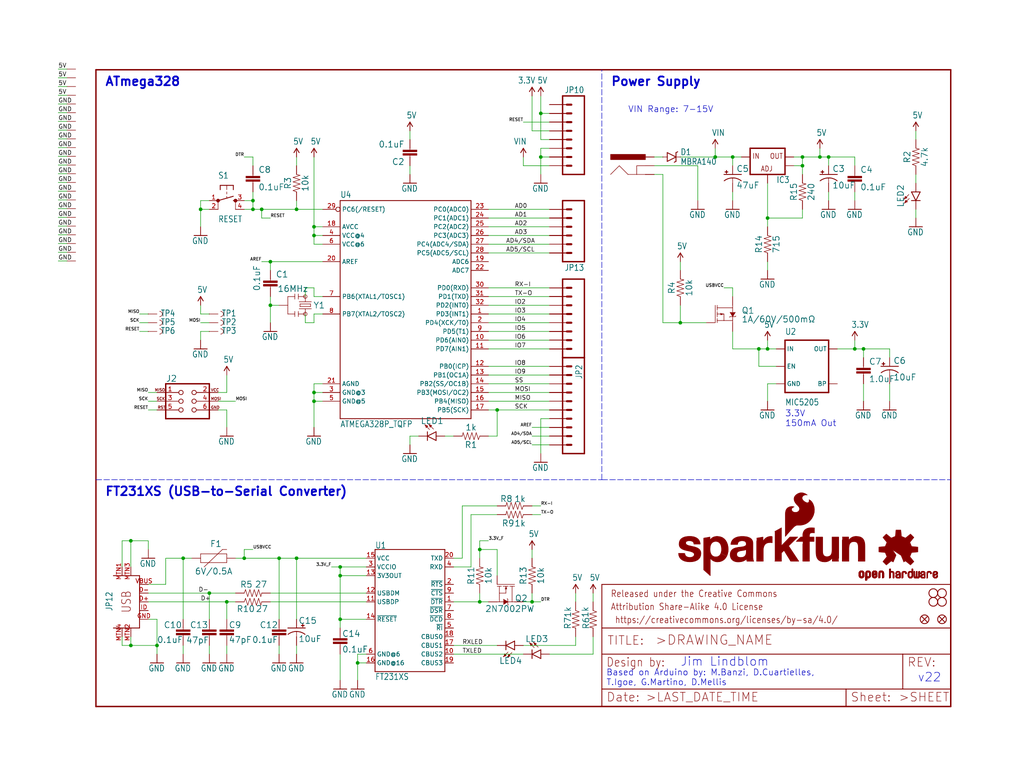
<source format=kicad_sch>
(kicad_sch (version 20211123) (generator eeschema)
  (paper "User" 298.221 226.238)
  (lib_symbols
    (symbol "eagleSchem-eagle-import:0.1UF-0603-25V-(+80{slash}-20%)"
      (property "Reference" "C" (at 1.524 2.921 0))
      (property "Value" "0.1UF-0603-25V-(+80{slash}-20%)" (at 1.524 -2.159 0))
      (symbol "0.1UF-0603-25V-(+80{slash}-20%)_1_0"
        (pin passive line (at 0 5.08 270) (length 2.54) (name "1") (number "1"))
        (pin passive line (at 0 -2.54 90) (length 2.54) (name "2") (number "2"))
      )
    )
    (symbol "eagleSchem-eagle-import:1.0UF-0603-16V-10%"
      (property "Reference" "C" (at 1.524 2.921 0))
      (property "Value" "1.0UF-0603-16V-10%" (at 1.524 -2.159 0))
      (symbol "1.0UF-0603-16V-10%_1_0"
        (pin passive line (at 0 5.08 270) (length 2.54) (name "1") (number "1"))
        (pin passive line (at 0 -2.54 90) (length 2.54) (name "2") (number "2"))
      )
    )
    (symbol "eagleSchem-eagle-import:10KOHM-0603-1{slash}10W-1%"
      (property "Reference" "R" (at 0 1.524 0))
      (property "Value" "10KOHM-0603-1{slash}10W-1%" (at 0 -1.524 0))
      (symbol "10KOHM-0603-1{slash}10W-1%_1_0"
        (pin passive line (at -5.08 0 0) (length 2.54) (name "1") (number "1"))
        (pin passive line (at 5.08 0 180) (length 2.54) (name "2") (number "2"))
      )
    )
    (symbol "eagleSchem-eagle-import:10UF-POLAR-EIA3216-16V-10%(TANT)"
      (property "Reference" "C" (at 1.016 0.635 0))
      (property "Value" "10UF-POLAR-EIA3216-16V-10%(TANT)" (at 1.016 -4.191 0))
      (symbol "10UF-POLAR-EIA3216-16V-10%(TANT)_1_0"
        (pin passive line (at 0 2.54 270) (length 2.54) (name "+") (number "+"))
        (pin passive line (at 0 -5.08 90) (length 2.54) (name "-") (number "-"))
      )
    )
    (symbol "eagleSchem-eagle-import:1KOHM-0603-1{slash}10W-1%"
      (property "Reference" "R" (at 0 1.524 0))
      (property "Value" "1KOHM-0603-1{slash}10W-1%" (at 0 -1.524 0))
      (symbol "1KOHM-0603-1{slash}10W-1%_1_0"
        (pin passive line (at -5.08 0 0) (length 2.54) (name "1") (number "1"))
        (pin passive line (at 5.08 0 180) (length 2.54) (name "2") (number "2"))
      )
    )
    (symbol "eagleSchem-eagle-import:240OHM-0603-1{slash}10W-1%"
      (property "Reference" "R" (at 0 1.524 0))
      (property "Value" "240OHM-0603-1{slash}10W-1%" (at 0 -1.524 0))
      (symbol "240OHM-0603-1{slash}10W-1%_1_0"
        (pin passive line (at -5.08 0 0) (length 2.54) (name "1") (number "1"))
        (pin passive line (at 5.08 0 180) (length 2.54) (name "2") (number "2"))
      )
    )
    (symbol "eagleSchem-eagle-import:27OHM-0603-1{slash}10W-1%"
      (property "Reference" "R" (at 0 1.524 0))
      (property "Value" "27OHM-0603-1{slash}10W-1%" (at 0 -1.524 0))
      (symbol "27OHM-0603-1{slash}10W-1%_1_0"
        (pin passive line (at -5.08 0 0) (length 2.54) (name "1") (number "1"))
        (pin passive line (at 5.08 0 180) (length 2.54) (name "2") (number "2"))
      )
    )
    (symbol "eagleSchem-eagle-import:3.3V" (power)
      (property "Value" "3.3V" (at -1.016 3.556 0))
      (symbol "3.3V_1_0"
        (pin power_in line (at 0 0 90) (length 2.54) (name "3.3V") (number "1"))
      )
    )
    (symbol "eagleSchem-eagle-import:4.7KOHM-0603-1{slash}10W-1%"
      (property "Reference" "R" (at 0 1.524 0))
      (property "Value" "4.7KOHM-0603-1{slash}10W-1%" (at 0 -1.524 0))
      (symbol "4.7KOHM-0603-1{slash}10W-1%_1_0"
        (pin passive line (at -5.08 0 0) (length 2.54) (name "1") (number "1"))
        (pin passive line (at 5.08 0 180) (length 2.54) (name "2") (number "2"))
      )
    )
    (symbol "eagleSchem-eagle-import:47PF-0603-50V-5%"
      (property "Reference" "C" (at 1.524 2.921 0))
      (property "Value" "47PF-0603-50V-5%" (at 1.524 -2.159 0))
      (symbol "47PF-0603-50V-5%_1_0"
        (pin passive line (at 0 5.08 270) (length 2.54) (name "1") (number "1"))
        (pin passive line (at 0 -2.54 90) (length 2.54) (name "2") (number "2"))
      )
    )
    (symbol "eagleSchem-eagle-import:47UF-POLAR-PANASONIC_D-35V-20%"
      (property "Reference" "C" (at 1.016 0.635 0))
      (property "Value" "47UF-POLAR-PANASONIC_D-35V-20%" (at 1.016 -4.191 0))
      (symbol "47UF-POLAR-PANASONIC_D-35V-20%_1_0"
        (pin passive line (at 0 2.54 270) (length 2.54) (name "+") (number "+"))
        (pin passive line (at 0 -5.08 90) (length 2.54) (name "-") (number "-"))
      )
    )
    (symbol "eagleSchem-eagle-import:5V" (power)
      (property "Value" "5V" (at -1.016 3.556 0))
      (symbol "5V_1_0"
        (pin power_in line (at 0 0 90) (length 2.54) (name "5V") (number "1"))
      )
    )
    (symbol "eagleSchem-eagle-import:715OHM-0603-1{slash}10W-1%"
      (property "Reference" "R" (at 0 1.524 0))
      (property "Value" "715OHM-0603-1{slash}10W-1%" (at 0 -1.524 0))
      (symbol "715OHM-0603-1{slash}10W-1%_1_0"
        (pin passive line (at -5.08 0 0) (length 2.54) (name "1") (number "1"))
        (pin passive line (at 5.08 0 180) (length 2.54) (name "2") (number "2"))
      )
    )
    (symbol "eagleSchem-eagle-import:ATMEGA328P_TQFP"
      (property "Reference" "U" (at -20.32 33.782 0))
      (property "Value" "ATMEGA328P_TQFP" (at -20.32 -33.02 0))
      (symbol "ATMEGA328P_TQFP_1_0"
        (pin bidirectional line (at 22.86 0 180) (length 5.08) (name "PD3(INT1)") (number "1"))
        (pin bidirectional line (at 22.86 -7.62 180) (length 5.08) (name "PD6(AIN0)") (number "10"))
        (pin bidirectional line (at 22.86 -10.16 180) (length 5.08) (name "PD7(AIN1)") (number "11"))
        (pin bidirectional line (at 22.86 -15.24 180) (length 5.08) (name "PB0(ICP)") (number "12"))
        (pin bidirectional line (at 22.86 -17.78 180) (length 5.08) (name "PB1(OC1A)") (number "13"))
        (pin bidirectional line (at 22.86 -20.32 180) (length 5.08) (name "PB2(SS/OC1B)") (number "14"))
        (pin bidirectional line (at 22.86 -22.86 180) (length 5.08) (name "PB3(MOSI/OC2)") (number "15"))
        (pin bidirectional line (at 22.86 -25.4 180) (length 5.08) (name "PB4(MISO)") (number "16"))
        (pin bidirectional line (at 22.86 -27.94 180) (length 5.08) (name "PB5(SCK)") (number "17"))
        (pin bidirectional line (at -25.4 25.4 0) (length 5.08) (name "AVCC") (number "18"))
        (pin bidirectional line (at 22.86 15.24 180) (length 5.08) (name "ADC6") (number "19"))
        (pin bidirectional line (at 22.86 -2.54 180) (length 5.08) (name "PD4(XCK/T0)") (number "2"))
        (pin bidirectional line (at -25.4 15.24 0) (length 5.08) (name "AREF") (number "20"))
        (pin bidirectional line (at -25.4 -20.32 0) (length 5.08) (name "AGND") (number "21"))
        (pin bidirectional line (at 22.86 12.7 180) (length 5.08) (name "ADC7") (number "22"))
        (pin bidirectional line (at 22.86 30.48 180) (length 5.08) (name "PC0(ADC0)") (number "23"))
        (pin bidirectional line (at 22.86 27.94 180) (length 5.08) (name "PC1(ADC1)") (number "24"))
        (pin bidirectional line (at 22.86 25.4 180) (length 5.08) (name "PC2(ADC2)") (number "25"))
        (pin bidirectional line (at 22.86 22.86 180) (length 5.08) (name "PC3(ADC3)") (number "26"))
        (pin bidirectional line (at 22.86 20.32 180) (length 5.08) (name "PC4(ADC4/SDA)") (number "27"))
        (pin bidirectional line (at 22.86 17.78 180) (length 5.08) (name "PC5(ADC5/SCL)") (number "28"))
        (pin bidirectional inverted (at -25.4 30.48 0) (length 5.08) (name "PC6(/RESET)") (number "29"))
        (pin bidirectional line (at -25.4 -22.86 0) (length 5.08) (name "GND@3") (number "3"))
        (pin bidirectional line (at 22.86 7.62 180) (length 5.08) (name "PD0(RXD)") (number "30"))
        (pin bidirectional line (at 22.86 5.08 180) (length 5.08) (name "PD1(TXD)") (number "31"))
        (pin bidirectional line (at 22.86 2.54 180) (length 5.08) (name "PD2(INT0)") (number "32"))
        (pin bidirectional line (at -25.4 22.86 0) (length 5.08) (name "VCC@4") (number "4"))
        (pin bidirectional line (at -25.4 -25.4 0) (length 5.08) (name "GND@5") (number "5"))
        (pin bidirectional line (at -25.4 20.32 0) (length 5.08) (name "VCC@6") (number "6"))
        (pin bidirectional line (at -25.4 5.08 0) (length 5.08) (name "PB6(XTAL1/TOSC1)") (number "7"))
        (pin bidirectional line (at -25.4 0 0) (length 5.08) (name "PB7(XTAL2/TOSC2)") (number "8"))
        (pin bidirectional line (at 22.86 -5.08 180) (length 5.08) (name "PD5(T1)") (number "9"))
      )
    )
    (symbol "eagleSchem-eagle-import:AVR_SPI_PROG_3X2SMD"
      (property "Reference" "J" (at -5.08 5.588 0))
      (property "Value" "AVR_SPI_PROG_3X2SMD" (at -5.08 -7.366 0))
      (symbol "AVR_SPI_PROG_3X2SMD_1_0"
        (text "GND" (at 8.001 -2.286 0) (effects (font (size 0.8128 0.8128)) (justify left bottom)))
        (text "MISO" (at -5.207 2.794 0) (effects (font (size 0.8128 0.8128)) (justify right bottom)))
        (text "MOSI" (at 8.001 0.254 0) (effects (font (size 0.8128 0.8128)) (justify left bottom)))
        (text "RST" (at -5.08 -2.286 0) (effects (font (size 0.8128 0.8128)) (justify right bottom)))
        (text "SCK" (at -5.207 0.254 0) (effects (font (size 0.8128 0.8128)) (justify right bottom)))
        (text "VCC" (at 8.001 2.794 0) (effects (font (size 0.8128 0.8128)) (justify left bottom)))
        (pin passive inverted (at -7.62 2.54 0) (length 7.62) (name "1") (number "1"))
        (pin passive inverted (at 10.16 2.54 180) (length 7.62) (name "2") (number "2"))
        (pin passive inverted (at -7.62 0 0) (length 7.62) (name "3") (number "3"))
        (pin passive inverted (at 10.16 0 180) (length 7.62) (name "4") (number "4"))
        (pin passive inverted (at -7.62 -2.54 0) (length 7.62) (name "5") (number "5"))
        (pin passive inverted (at 10.16 -2.54 180) (length 7.62) (name "6") (number "6"))
      )
    )
    (symbol "eagleSchem-eagle-import:FIDUCIAL1X2")
    (symbol "eagleSchem-eagle-import:FRAME-LETTER"
      (symbol "FRAME-LETTER_2_0"
        (text " https://creativecommons.org/licenses/by-sa/4.0/" (at 2.54 24.13 0) (effects (font (size 1.9304 1.6408)) (justify left bottom)))
        (text ">DRAWING_NAME" (at 15.494 17.78 0) (effects (font (size 2.7432 2.7432)) (justify left bottom)))
        (text ">LAST_DATE_TIME" (at 12.7 1.27 0) (effects (font (size 2.54 2.54)) (justify left bottom)))
        (text ">SHEET" (at 86.36 1.27 0) (effects (font (size 2.54 2.54)) (justify left bottom)))
        (text "Attribution Share-Alike 4.0 License" (at 2.54 27.94 0) (effects (font (size 1.9304 1.6408)) (justify left bottom)))
        (text "Date:" (at 1.27 1.27 0) (effects (font (size 2.54 2.54)) (justify left bottom)))
        (text "Design by:" (at 1.27 11.43 0) (effects (font (size 2.54 2.159)) (justify left bottom)))
        (text "Released under the Creative Commons" (at 2.54 31.75 0) (effects (font (size 1.9304 1.6408)) (justify left bottom)))
        (text "REV:" (at 88.9 11.43 0) (effects (font (size 2.54 2.54)) (justify left bottom)))
        (text "Sheet:" (at 72.39 1.27 0) (effects (font (size 2.54 2.54)) (justify left bottom)))
        (text "TITLE:" (at 1.524 17.78 0) (effects (font (size 2.54 2.54)) (justify left bottom)))
      )
    )
    (symbol "eagleSchem-eagle-import:FT231XS"
      (property "Reference" "U" (at -10.16 18.034 0))
      (property "Value" "FT231XS" (at -10.16 -18.288 0))
      (symbol "FT231XS_1_0"
        (pin bidirectional line (at 12.7 2.54 180) (length 2.54) (name "~{DTR}") (number "1"))
        (pin bidirectional line (at 12.7 -12.7 180) (length 2.54) (name "CBUS2") (number "10"))
        (pin bidirectional line (at -12.7 2.54 0) (length 2.54) (name "USBDP") (number "11"))
        (pin bidirectional line (at -12.7 5.08 0) (length 2.54) (name "USBDM") (number "12"))
        (pin bidirectional line (at -12.7 10.16 0) (length 2.54) (name "3V3OUT") (number "13"))
        (pin bidirectional line (at -12.7 -2.54 0) (length 2.54) (name "~{RESET}") (number "14"))
        (pin bidirectional line (at -12.7 15.24 0) (length 2.54) (name "VCC") (number "15"))
        (pin bidirectional line (at -12.7 -15.24 0) (length 2.54) (name "GND@16") (number "16"))
        (pin bidirectional line (at 12.7 -10.16 180) (length 2.54) (name "CBUS1") (number "17"))
        (pin bidirectional line (at 12.7 -7.62 180) (length 2.54) (name "CBUS0") (number "18"))
        (pin bidirectional line (at 12.7 -15.24 180) (length 2.54) (name "CBUS3") (number "19"))
        (pin bidirectional line (at 12.7 7.62 180) (length 2.54) (name "~{RTS}") (number "2"))
        (pin bidirectional line (at 12.7 15.24 180) (length 2.54) (name "TXD") (number "20"))
        (pin bidirectional line (at -12.7 12.7 0) (length 2.54) (name "VCCIO") (number "3"))
        (pin bidirectional line (at 12.7 12.7 180) (length 2.54) (name "RXD") (number "4"))
        (pin bidirectional line (at 12.7 -5.08 180) (length 2.54) (name "~{RI}") (number "5"))
        (pin bidirectional line (at -12.7 -12.7 0) (length 2.54) (name "GND@6") (number "6"))
        (pin bidirectional line (at 12.7 0 180) (length 2.54) (name "~{DSR}") (number "7"))
        (pin bidirectional line (at 12.7 -2.54 180) (length 2.54) (name "~{DCD}") (number "8"))
        (pin bidirectional line (at 12.7 5.08 180) (length 2.54) (name "~{CTS}") (number "9"))
      )
    )
    (symbol "eagleSchem-eagle-import:GND" (power)
      (property "Value" "GND" (at -2.54 -2.54 0))
      (symbol "GND_1_0"
        (pin power_in line (at 0 2.54 270) (length 2.54) (name "GND") (number "1"))
      )
    )
    (symbol "eagleSchem-eagle-import:LED1206"
      (property "Reference" "D" (at -3.429 -4.572 90))
      (property "Value" "LED1206" (at 1.905 -4.572 90))
      (symbol "LED1206_1_0"
        (pin passive line (at 0 2.54 270) (length 2.54) (name "A") (number "A"))
        (pin passive line (at 0 -5.08 90) (length 2.54) (name "C") (number "C"))
      )
    )
    (symbol "eagleSchem-eagle-import:M06SMD-STRAIGHT-COMBO"
      (property "Reference" "JP" (at -5.08 10.922 0))
      (property "Value" "M06SMD-STRAIGHT-COMBO" (at -5.08 -10.16 0))
      (symbol "M06SMD-STRAIGHT-COMBO_1_0"
        (pin passive line (at 5.08 -5.08 180) (length 5.08) (name "1") (number "1A"))
        (pin passive line (at 5.08 -5.08 180) (length 5.08) (name "1") (number "1B"))
        (pin passive line (at 5.08 -2.54 180) (length 5.08) (name "2") (number "2A"))
        (pin passive line (at 5.08 -2.54 180) (length 5.08) (name "2") (number "2B"))
        (pin passive line (at 5.08 0 180) (length 5.08) (name "3") (number "3A"))
        (pin passive line (at 5.08 0 180) (length 5.08) (name "3") (number "3B"))
        (pin passive line (at 5.08 2.54 180) (length 5.08) (name "4") (number "4A"))
        (pin passive line (at 5.08 2.54 180) (length 5.08) (name "4") (number "4B"))
        (pin passive line (at 5.08 5.08 180) (length 5.08) (name "5") (number "5A"))
        (pin passive line (at 5.08 5.08 180) (length 5.08) (name "5") (number "5B"))
        (pin passive line (at 5.08 7.62 180) (length 5.08) (name "6") (number "6A"))
        (pin passive line (at 5.08 7.62 180) (length 5.08) (name "6") (number "6B"))
      )
    )
    (symbol "eagleSchem-eagle-import:M08SMD-COMBO"
      (property "Reference" "JP" (at -5.08 13.462 0))
      (property "Value" "M08SMD-COMBO" (at -5.08 -12.7 0))
      (symbol "M08SMD-COMBO_1_0"
        (pin passive line (at 5.08 -7.62 180) (length 5.08) (name "1") (number "1A"))
        (pin passive line (at 5.08 -7.62 180) (length 5.08) (name "1") (number "1B"))
        (pin passive line (at 5.08 -5.08 180) (length 5.08) (name "2") (number "2A"))
        (pin passive line (at 5.08 -5.08 180) (length 5.08) (name "2") (number "2B"))
        (pin passive line (at 5.08 -2.54 180) (length 5.08) (name "3") (number "3A"))
        (pin passive line (at 5.08 -2.54 180) (length 5.08) (name "3") (number "3B"))
        (pin passive line (at 5.08 0 180) (length 5.08) (name "4") (number "4A"))
        (pin passive line (at 5.08 0 180) (length 5.08) (name "4") (number "4B"))
        (pin passive line (at 5.08 2.54 180) (length 5.08) (name "5") (number "5A"))
        (pin passive line (at 5.08 2.54 180) (length 5.08) (name "5") (number "5B"))
        (pin passive line (at 5.08 5.08 180) (length 5.08) (name "6") (number "6A"))
        (pin passive line (at 5.08 5.08 180) (length 5.08) (name "6") (number "6B"))
        (pin passive line (at 5.08 7.62 180) (length 5.08) (name "7") (number "7A"))
        (pin passive line (at 5.08 7.62 180) (length 5.08) (name "7") (number "7B"))
        (pin passive line (at 5.08 10.16 180) (length 5.08) (name "8") (number "8A"))
        (pin passive line (at 5.08 10.16 180) (length 5.08) (name "8") (number "8B"))
      )
    )
    (symbol "eagleSchem-eagle-import:M10SMD_COMBO"
      (property "Reference" "JP" (at 0 8.89 0))
      (property "Value" "M10SMD_COMBO" (at 0 -22.86 0))
      (symbol "M10SMD_COMBO_1_0"
        (pin passive line (at 10.16 5.08 180) (length 5.08) (name "10") (number "10A"))
        (pin passive line (at 10.16 5.08 180) (length 5.08) (name "10") (number "10B"))
        (pin passive line (at 10.16 -17.78 180) (length 5.08) (name "1") (number "1A"))
        (pin passive line (at 10.16 -17.78 180) (length 5.08) (name "1") (number "1B"))
        (pin passive line (at 10.16 -15.24 180) (length 5.08) (name "2") (number "2A"))
        (pin passive line (at 10.16 -15.24 180) (length 5.08) (name "2") (number "2B"))
        (pin passive line (at 10.16 -12.7 180) (length 5.08) (name "3") (number "3A"))
        (pin passive line (at 10.16 -12.7 180) (length 5.08) (name "3") (number "3B"))
        (pin passive line (at 10.16 -10.16 180) (length 5.08) (name "4") (number "4A"))
        (pin passive line (at 10.16 -10.16 180) (length 5.08) (name "4") (number "4B"))
        (pin passive line (at 10.16 -7.62 180) (length 5.08) (name "5") (number "5A"))
        (pin passive line (at 10.16 -7.62 180) (length 5.08) (name "5") (number "5B"))
        (pin passive line (at 10.16 -5.08 180) (length 5.08) (name "6") (number "6A"))
        (pin passive line (at 10.16 -5.08 180) (length 5.08) (name "6") (number "6B"))
        (pin passive line (at 10.16 -2.54 180) (length 5.08) (name "7") (number "7A"))
        (pin passive line (at 10.16 -2.54 180) (length 5.08) (name "7") (number "7B"))
        (pin passive line (at 10.16 0 180) (length 5.08) (name "8") (number "8A"))
        (pin passive line (at 10.16 0 180) (length 5.08) (name "8") (number "8B"))
        (pin passive line (at 10.16 2.54 180) (length 5.08) (name "9") (number "9A"))
        (pin passive line (at 10.16 2.54 180) (length 5.08) (name "9") (number "9B"))
      )
    )
    (symbol "eagleSchem-eagle-import:MBRA140"
      (property "Reference" "D" (at 2.54 0.4826 0))
      (property "Value" "MBRA140" (at 2.54 -2.3114 0))
      (symbol "MBRA140_1_0"
        (pin passive line (at -2.54 0 0) (length 0) (name "A") (number "A"))
        (pin passive line (at 2.54 0 180) (length 0) (name "C") (number "C"))
      )
    )
    (symbol "eagleSchem-eagle-import:MIC52053.3V"
      (property "Reference" "U" (at -7.62 9.144 0))
      (property "Value" "MIC52053.3V" (at -7.62 -11.43 0))
      (symbol "MIC52053.3V_1_0"
        (pin input line (at -10.16 5.08 0) (length 2.54) (name "IN") (number "1"))
        (pin input line (at -10.16 -5.08 0) (length 2.54) (name "GND") (number "2"))
        (pin input line (at -10.16 0 0) (length 2.54) (name "EN") (number "3"))
        (pin input line (at 7.62 -5.08 180) (length 2.54) (name "BP") (number "4"))
        (pin passive line (at 7.62 5.08 180) (length 2.54) (name "OUT") (number "5"))
      )
    )
    (symbol "eagleSchem-eagle-import:MOSFET-NCH-2N7002PW"
      (property "Reference" "Q" (at 5.08 0 0))
      (property "Value" "MOSFET-NCH-2N7002PW" (at 5.08 -2.54 0))
      (symbol "MOSFET-NCH-2N7002PW_1_0"
        (pin bidirectional line (at -5.08 -2.54 0) (length 2.54) (name "G") (number "1"))
        (pin bidirectional line (at 2.54 -5.08 90) (length 2.54) (name "S") (number "2"))
        (pin bidirectional line (at 2.54 5.08 270) (length 2.54) (name "D") (number "3"))
      )
    )
    (symbol "eagleSchem-eagle-import:MOSFET-PCH-ZXMP6A13F"
      (property "Reference" "Q" (at 5.08 0 0))
      (property "Value" "MOSFET-PCH-ZXMP6A13F" (at 5.08 -2.54 0))
      (symbol "MOSFET-PCH-ZXMP6A13F_1_0"
        (pin bidirectional line (at -5.08 -2.54 0) (length 2.54) (name "G") (number "1"))
        (pin bidirectional line (at 2.54 -5.08 90) (length 2.54) (name "S") (number "2"))
        (pin bidirectional line (at 2.54 5.08 270) (length 2.54) (name "D") (number "3"))
      )
    )
    (symbol "eagleSchem-eagle-import:OSHW-LOGOS")
    (symbol "eagleSchem-eagle-import:POWER_JACKSUPER_BOMB_DIGITY"
      (symbol "POWER_JACKSUPER_BOMB_DIGITY_1_0"
        (pin bidirectional line (at 2.54 5.08 180) (length 2.54) (name "GNDBREAK") (number "GND"))
        (pin bidirectional line (at 2.54 2.54 180) (length 2.54) (name "GND") (number "P$4"))
        (pin bidirectional line (at 2.54 7.62 180) (length 2.54) (name "PWR") (number "VIN0"))
      )
    )
    (symbol "eagleSchem-eagle-import:PTC-HALF_AMP"
      (property "Reference" "F" (at 1.905 3.175 0))
      (property "Value" "PTC-HALF_AMP" (at 1.27 -2.794 0))
      (symbol "PTC-HALF_AMP_1_0"
        (pin bidirectional line (at -5.08 0 0) (length 2.54) (name "1") (number "1"))
        (pin bidirectional line (at 7.62 0 180) (length 2.54) (name "2") (number "2"))
      )
    )
    (symbol "eagleSchem-eagle-import:RESONATOR-16MHZSMD_3.2X1.3"
      (property "Reference" "Y" (at -3.302 -2.54 0))
      (property "Value" "RESONATOR-16MHZSMD_3.2X1.3" (at 0 2.032 0))
      (symbol "RESONATOR-16MHZSMD_3.2X1.3_1_0"
        (pin passive line (at -2.54 0 0) (length 0) (name "1") (number "1"))
        (pin passive line (at 0 -7.62 90) (length 0) (name "2") (number "2"))
        (pin passive line (at 2.54 0 180) (length 0) (name "3") (number "3"))
      )
    )
    (symbol "eagleSchem-eagle-import:SFE_LOGO_FLAME.1_INCH")
    (symbol "eagleSchem-eagle-import:SFE_LOGO_NAME.1_INCH")
    (symbol "eagleSchem-eagle-import:STAND-OFF")
    (symbol "eagleSchem-eagle-import:SWITCH_SPST_4_PINSQUARE"
      (property "Reference" "SW" (at -2.54 6.35 0))
      (property "Value" "SWITCH_SPST_4_PINSQUARE" (at -2.54 -6.35 0))
      (symbol "SWITCH_SPST_4_PINSQUARE_1_0"
        (pin passive line (at -5.08 0 0) (length 2.54) (name "1") (number "1"))
        (pin passive line (at -5.08 -2.54 0) (length 2.54) (name "2") (number "2"))
        (pin passive line (at 5.08 0 180) (length 2.54) (name "3") (number "3"))
        (pin passive line (at 5.08 -2.54 180) (length 2.54) (name "4") (number "4"))
      )
    )
    (symbol "eagleSchem-eagle-import:TEST-POINT3X5"
      (property "Reference" "TP" (at -2.54 2.54 0))
      (property "Value" "TEST-POINT3X5" (at -2.54 -2.54 0))
      (symbol "TEST-POINT3X5_1_0"
        (pin bidirectional line (at 0 0 180) (length 0) (name "1") (number "P$1"))
      )
    )
    (symbol "eagleSchem-eagle-import:USB-MINIB-5PIN"
      (property "Reference" "J" (at 7.62 10.16 0))
      (property "Value" "USB-MINIB-5PIN" (at 7.62 0 0))
      (symbol "USB-MINIB-5PIN_1_0"
        (text "USB" (at 5.334 1.778 900) (effects (font (size 2.54 2.159)) (justify left bottom)))
        (pin bidirectional line (at -2.54 5.08 0) (length 2.54) (name "D+") (number "D+"))
        (pin bidirectional line (at -2.54 7.62 0) (length 2.54) (name "D-") (number "D-"))
        (pin bidirectional line (at -2.54 0 0) (length 2.54) (name "GND") (number "GND"))
        (pin bidirectional line (at -2.54 2.54 0) (length 2.54) (name "ID") (number "ID"))
        (pin bidirectional line (at 5.08 15.24 270) (length 2.54) (name "MTN2") (number "MTN1"))
        (pin bidirectional line (at 2.54 -5.08 90) (length 2.54) (name "MTN3") (number "MTN2"))
        (pin bidirectional line (at 2.54 15.24 270) (length 2.54) (name "MTN1") (number "MTN3"))
        (pin bidirectional line (at 5.08 -5.08 90) (length 2.54) (name "MTN4") (number "MTN4"))
        (pin bidirectional line (at -2.54 10.16 0) (length 2.54) (name "VBUS") (number "VBUS"))
      )
    )
    (symbol "eagleSchem-eagle-import:VIN" (power)
      (property "Value" "VIN" (at -1.016 3.556 0))
      (symbol "VIN_1_0"
        (pin power_in line (at 0 0 90) (length 2.54) (name "VIN") (number "1"))
      )
    )
    (symbol "eagleSchem-eagle-import:VPDEV0"
      (symbol "VPDEV0_1_0"
        (pin passive line (at 0 0 0) (length 2.54) (name "VP") (number "VP"))
      )
    )
    (symbol "eagleSchem-eagle-import:V_REG_LM1117ALT1"
      (property "Reference" "IC" (at 2.54 -7.62 0))
      (property "Value" "V_REG_LM1117ALT1" (at 2.54 -10.16 0))
      (symbol "V_REG_LM1117ALT1_1_0"
        (text "ADJ" (at -2.032 -4.318 0) (effects (font (size 1.524 1.2954)) (justify left bottom)))
        (text "IN" (at -4.445 -0.635 0) (effects (font (size 1.524 1.2954)) (justify left bottom)))
        (text "OUT" (at 0.635 -0.635 0) (effects (font (size 1.524 1.2954)) (justify left bottom)))
        (pin input line (at 0 -7.62 90) (length 2.54) (name "ADJ") (number "1"))
        (pin output line (at 7.62 0 180) (length 2.54) (name "OUT") (number "2"))
        (pin input line (at -7.62 0 0) (length 2.54) (name "IN") (number "3"))
        (pin output line (at 7.62 -2.54 180) (length 2.54) (name "OUT@1") (number "4"))
      )
    )
  )
  (junction (at 238.76 45.72))
  (junction (at 53.34 162.56))
  (junction (at 139.7 160.02))
  (junction (at 81.28 162.56))
  (junction (at 157.48 33.02))
  (junction (at 86.36 162.56))
  (junction (at 213.36 45.72))
  (junction (at 139.7 175.26))
  (junction (at 144.78 119.38))
  (junction (at 66.04 175.26))
  (junction (at 223.52 63.5))
  (junction (at 248.92 101.6))
  (junction (at 76.2 60.96))
  (junction (at 223.52 101.6))
  (junction (at 99.06 165.1))
  (junction (at 38.1 187.96))
  (junction (at 91.44 68.58))
  (junction (at 45.72 187.96))
  (junction (at 251.46 101.6))
  (junction (at 99.06 180.34))
  (junction (at 154.94 175.26))
  (junction (at 38.1 157.48))
  (junction (at 220.98 101.6))
  (junction (at 104.14 193.04))
  (junction (at 91.44 116.84))
  (junction (at 86.36 60.96))
  (junction (at 78.74 76.2))
  (junction (at 91.44 66.04))
  (junction (at 60.96 172.72))
  (junction (at 208.28 45.72))
  (junction (at 233.68 48.26))
  (junction (at 71.12 162.56))
  (junction (at 233.68 45.72))
  (junction (at 58.42 60.96))
  (junction (at 73.66 58.42))
  (junction (at 241.3 45.72))
  (junction (at 157.48 45.72))
  (junction (at 73.66 60.96))
  (junction (at 91.44 114.3))
  (junction (at 78.74 88.9))
  (junction (at 198.12 93.98))
  (junction (at 99.06 167.64))
  (wire (pts (xy 53.34 162.56) (xy 55.88 162.56)))
  (wire (pts (xy 198.12 76.2) (xy 198.12 78.74)))
  (wire (pts (xy 231.14 45.72) (xy 233.68 45.72)))
  (wire (pts (xy 233.68 63.5) (xy 223.52 63.5)))
  (wire (pts (xy 93.98 60.96) (xy 86.36 60.96)))
  (wire (pts (xy 154.94 27.94) (xy 154.94 38.1)))
  (wire (pts (xy 60.96 172.72) (xy 43.18 172.72)))
  (wire (pts (xy 60.96 93.98) (xy 58.42 93.98)))
  (wire (pts (xy 154.94 149.86) (xy 157.48 149.86)))
  (wire (pts (xy 220.98 106.68) (xy 226.06 106.68)))
  (wire (pts (xy 137.16 149.86) (xy 144.78 149.86)))
  (wire (pts (xy 45.72 180.34) (xy 43.18 180.34)))
  (wire (pts (xy 19.4945 45.5168) (xy 16.9545 45.5168)))
  (wire (pts (xy 226.06 111.76) (xy 223.52 111.76)))
  (polyline (pts (xy 175.26 139.7) (xy 276.86 139.7)))
  (wire (pts (xy 134.62 147.32) (xy 144.78 147.32)))
  (wire (pts (xy 73.66 60.96) (xy 73.66 58.42)))
  (wire (pts (xy 167.64 187.96) (xy 152.4 187.96)))
  (wire (pts (xy 213.36 45.72) (xy 208.28 45.72)))
  (wire (pts (xy 99.06 165.1) (xy 106.68 165.1)))
  (wire (pts (xy 86.36 45.72) (xy 86.36 48.26)))
  (wire (pts (xy 233.68 48.26) (xy 233.68 45.72)))
  (wire (pts (xy 104.14 190.5) (xy 104.14 193.04)))
  (wire (pts (xy 139.7 175.26) (xy 139.7 172.72)))
  (wire (pts (xy 91.44 111.76) (xy 91.44 114.3)))
  (wire (pts (xy 132.08 175.26) (xy 139.7 175.26)))
  (wire (pts (xy 60.96 58.42) (xy 58.42 58.42)))
  (wire (pts (xy 241.3 45.72) (xy 241.3 48.26)))
  (wire (pts (xy 160.02 106.68) (xy 142.24 106.68)))
  (polyline (pts (xy 27.94 139.7) (xy 175.26 139.7)))
  (wire (pts (xy 66.04 175.26) (xy 43.18 175.26)))
  (wire (pts (xy 60.96 96.52) (xy 58.42 96.52)))
  (wire (pts (xy 76.2 60.96) (xy 76.2 63.5)))
  (wire (pts (xy 60.96 172.72) (xy 60.96 180.34)))
  (wire (pts (xy 233.68 50.8) (xy 233.68 48.26)))
  (wire (pts (xy 88.9 83.82) (xy 88.9 86.36)))
  (wire (pts (xy 19.4945 53.1368) (xy 16.9545 53.1368)))
  (wire (pts (xy 132.08 162.56) (xy 134.62 162.56)))
  (wire (pts (xy 93.98 71.12) (xy 91.44 71.12)))
  (wire (pts (xy 58.42 58.42) (xy 58.42 60.96)))
  (wire (pts (xy 157.48 132.08) (xy 157.48 121.92)))
  (wire (pts (xy 78.74 88.9) (xy 78.74 86.36)))
  (wire (pts (xy 160.02 33.02) (xy 157.48 33.02)))
  (wire (pts (xy 45.72 114.3) (xy 43.18 114.3)))
  (wire (pts (xy 35.56 185.42) (xy 35.56 187.96)))
  (wire (pts (xy 266.7 50.8) (xy 266.7 53.34)))
  (wire (pts (xy 104.14 193.04) (xy 104.14 198.12)))
  (wire (pts (xy 38.1 157.48) (xy 43.18 157.48)))
  (wire (pts (xy 152.4 48.26) (xy 152.4 45.72)))
  (wire (pts (xy 154.94 175.26) (xy 157.48 175.26)))
  (wire (pts (xy 160.02 127) (xy 154.94 127)))
  (wire (pts (xy 63.5 119.38) (xy 66.04 119.38)))
  (wire (pts (xy 139.7 157.48) (xy 142.24 157.48)))
  (wire (pts (xy 223.52 78.74) (xy 223.52 76.2)))
  (wire (pts (xy 43.18 157.48) (xy 43.18 160.02)))
  (wire (pts (xy 45.72 187.96) (xy 45.72 190.5)))
  (wire (pts (xy 160.02 116.84) (xy 142.24 116.84)))
  (wire (pts (xy 160.02 71.12) (xy 142.24 71.12)))
  (wire (pts (xy 93.98 86.36) (xy 91.44 86.36)))
  (wire (pts (xy 233.68 60.96) (xy 233.68 63.5)))
  (wire (pts (xy 144.78 127) (xy 144.78 119.38)))
  (wire (pts (xy 160.02 66.04) (xy 142.24 66.04)))
  (wire (pts (xy 238.76 45.72) (xy 241.3 45.72)))
  (wire (pts (xy 93.98 91.44) (xy 91.44 91.44)))
  (wire (pts (xy 119.38 50.8) (xy 119.38 48.26)))
  (wire (pts (xy 66.04 119.38) (xy 66.04 124.46)))
  (wire (pts (xy 213.36 48.26) (xy 213.36 45.72)))
  (wire (pts (xy 190.5 45.72) (xy 193.04 45.72)))
  (wire (pts (xy 132.08 127) (xy 129.54 127)))
  (wire (pts (xy 60.96 60.96) (xy 58.42 60.96)))
  (wire (pts (xy 190.5 50.8) (xy 193.04 50.8)))
  (wire (pts (xy 152.4 175.26) (xy 154.94 175.26)))
  (wire (pts (xy 19.4945 22.6568) (xy 16.9545 22.6568)))
  (wire (pts (xy 91.44 116.84) (xy 91.44 124.46)))
  (wire (pts (xy 139.7 162.56) (xy 139.7 160.02)))
  (wire (pts (xy 238.76 43.18) (xy 238.76 45.72)))
  (wire (pts (xy 160.02 109.22) (xy 142.24 109.22)))
  (wire (pts (xy 132.08 190.5) (xy 152.4 190.5)))
  (wire (pts (xy 19.4945 73.4568) (xy 16.9545 73.4568)))
  (wire (pts (xy 198.12 93.98) (xy 198.12 88.9)))
  (wire (pts (xy 86.36 60.96) (xy 86.36 58.42)))
  (wire (pts (xy 58.42 99.06) (xy 58.42 96.52)))
  (wire (pts (xy 99.06 167.64) (xy 106.68 167.64)))
  (wire (pts (xy 223.52 99.06) (xy 223.52 101.6)))
  (wire (pts (xy 139.7 160.02) (xy 144.78 160.02)))
  (wire (pts (xy 68.58 162.56) (xy 71.12 162.56)))
  (wire (pts (xy 19.4945 68.3768) (xy 16.9545 68.3768)))
  (wire (pts (xy 93.98 111.76) (xy 91.44 111.76)))
  (wire (pts (xy 160.02 86.36) (xy 142.24 86.36)))
  (wire (pts (xy 19.4945 40.4368) (xy 16.9545 40.4368)))
  (wire (pts (xy 35.56 165.1) (xy 35.56 157.48)))
  (wire (pts (xy 78.74 93.98) (xy 78.74 88.9)))
  (wire (pts (xy 73.66 55.88) (xy 73.66 58.42)))
  (wire (pts (xy 86.36 60.96) (xy 76.2 60.96)))
  (wire (pts (xy 251.46 101.6) (xy 259.08 101.6)))
  (wire (pts (xy 241.3 58.42) (xy 241.3 55.88)))
  (wire (pts (xy 213.36 101.6) (xy 220.98 101.6)))
  (wire (pts (xy 93.98 68.58) (xy 91.44 68.58)))
  (wire (pts (xy 243.84 101.6) (xy 248.92 101.6)))
  (wire (pts (xy 137.16 165.1) (xy 137.16 149.86)))
  (wire (pts (xy 213.36 96.52) (xy 213.36 101.6)))
  (wire (pts (xy 78.74 76.2) (xy 76.2 76.2)))
  (wire (pts (xy 160.02 83.82) (xy 142.24 83.82)))
  (wire (pts (xy 48.26 162.56) (xy 53.34 162.56)))
  (wire (pts (xy 160.02 60.96) (xy 142.24 60.96)))
  (wire (pts (xy 213.36 83.82) (xy 210.82 83.82)))
  (wire (pts (xy 38.1 165.1) (xy 38.1 157.48)))
  (wire (pts (xy 19.4945 27.7368) (xy 16.9545 27.7368)))
  (wire (pts (xy 19.4945 58.2168) (xy 16.9545 58.2168)))
  (wire (pts (xy 160.02 93.98) (xy 142.24 93.98)))
  (wire (pts (xy 205.74 93.98) (xy 198.12 93.98)))
  (wire (pts (xy 99.06 180.34) (xy 106.68 180.34)))
  (wire (pts (xy 63.5 114.3) (xy 66.04 114.3)))
  (wire (pts (xy 19.4945 50.5968) (xy 16.9545 50.5968)))
  (wire (pts (xy 19.4945 42.9768) (xy 16.9545 42.9768)))
  (wire (pts (xy 144.78 119.38) (xy 142.24 119.38)))
  (wire (pts (xy 203.2 48.26) (xy 203.2 58.42)))
  (wire (pts (xy 81.28 162.56) (xy 86.36 162.56)))
  (wire (pts (xy 86.36 190.5) (xy 86.36 187.96)))
  (wire (pts (xy 66.04 114.3) (xy 66.04 109.22)))
  (wire (pts (xy 86.36 162.56) (xy 106.68 162.56)))
  (wire (pts (xy 157.48 50.8) (xy 157.48 45.72)))
  (wire (pts (xy 213.36 86.36) (xy 213.36 83.82)))
  (wire (pts (xy 19.4945 37.8968) (xy 16.9545 37.8968)))
  (wire (pts (xy 208.28 45.72) (xy 198.12 45.72)))
  (wire (pts (xy 160.02 68.58) (xy 142.24 68.58)))
  (wire (pts (xy 134.62 162.56) (xy 134.62 147.32)))
  (wire (pts (xy 86.36 180.34) (xy 86.36 162.56)))
  (wire (pts (xy 76.2 60.96) (xy 73.66 60.96)))
  (wire (pts (xy 71.12 162.56) (xy 71.12 160.02)))
  (wire (pts (xy 91.44 114.3) (xy 91.44 116.84)))
  (wire (pts (xy 160.02 96.52) (xy 142.24 96.52)))
  (wire (pts (xy 167.64 172.72) (xy 167.64 175.26)))
  (wire (pts (xy 160.02 101.6) (xy 142.24 101.6)))
  (wire (pts (xy 19.4945 48.0568) (xy 16.9545 48.0568)))
  (wire (pts (xy 193.04 93.98) (xy 198.12 93.98)))
  (wire (pts (xy 157.48 40.64) (xy 157.48 33.02)))
  (wire (pts (xy 99.06 167.64) (xy 99.06 165.1)))
  (wire (pts (xy 248.92 101.6) (xy 248.92 99.06)))
  (wire (pts (xy 58.42 60.96) (xy 58.42 66.04)))
  (wire (pts (xy 233.68 45.72) (xy 238.76 45.72)))
  (wire (pts (xy 157.48 33.02) (xy 157.48 27.94)))
  (wire (pts (xy 106.68 175.26) (xy 78.74 175.26)))
  (wire (pts (xy 157.48 43.18) (xy 157.48 45.72)))
  (wire (pts (xy 19.4945 60.7568) (xy 16.9545 60.7568)))
  (wire (pts (xy 139.7 175.26) (xy 142.24 175.26)))
  (wire (pts (xy 241.3 45.72) (xy 248.92 45.72)))
  (wire (pts (xy 160.02 35.56) (xy 152.4 35.56)))
  (wire (pts (xy 160.02 119.38) (xy 144.78 119.38)))
  (wire (pts (xy 93.98 116.84) (xy 91.44 116.84)))
  (wire (pts (xy 81.28 88.9) (xy 78.74 88.9)))
  (wire (pts (xy 266.7 38.1) (xy 266.7 40.64)))
  (wire (pts (xy 58.42 91.44) (xy 58.42 88.9)))
  (wire (pts (xy 35.56 157.48) (xy 38.1 157.48)))
  (wire (pts (xy 73.66 48.26) (xy 73.66 45.72)))
  (wire (pts (xy 248.92 101.6) (xy 251.46 101.6)))
  (wire (pts (xy 19.4945 32.8168) (xy 16.9545 32.8168)))
  (wire (pts (xy 91.44 71.12) (xy 91.44 68.58)))
  (wire (pts (xy 160.02 99.06) (xy 142.24 99.06)))
  (wire (pts (xy 73.66 45.72) (xy 71.12 45.72)))
  (wire (pts (xy 91.44 68.58) (xy 91.44 66.04)))
  (wire (pts (xy 231.14 48.26) (xy 233.68 48.26)))
  (wire (pts (xy 160.02 88.9) (xy 142.24 88.9)))
  (wire (pts (xy 71.12 162.56) (xy 81.28 162.56)))
  (wire (pts (xy 160.02 73.66) (xy 142.24 73.66)))
  (wire (pts (xy 160.02 114.3) (xy 142.24 114.3)))
  (wire (pts (xy 142.24 127) (xy 144.78 127)))
  (wire (pts (xy 73.66 58.42) (xy 71.12 58.42)))
  (wire (pts (xy 19.4945 63.2968) (xy 16.9545 63.2968)))
  (wire (pts (xy 91.44 83.82) (xy 88.9 83.82)))
  (wire (pts (xy 106.68 172.72) (xy 78.74 172.72)))
  (wire (pts (xy 251.46 116.84) (xy 251.46 111.76)))
  (wire (pts (xy 259.08 101.6) (xy 259.08 104.14)))
  (wire (pts (xy 106.68 190.5) (xy 104.14 190.5)))
  (wire (pts (xy 71.12 60.96) (xy 73.66 60.96)))
  (wire (pts (xy 152.4 48.26) (xy 160.02 48.26)))
  (wire (pts (xy 160.02 121.92) (xy 157.48 121.92)))
  (wire (pts (xy 78.74 76.2) (xy 78.74 78.74)))
  (wire (pts (xy 63.5 116.84) (xy 68.58 116.84)))
  (wire (pts (xy 208.28 45.72) (xy 208.28 43.18)))
  (wire (pts (xy 99.06 198.12) (xy 99.06 190.5)))
  (wire (pts (xy 60.96 190.5) (xy 60.96 187.96)))
  (wire (pts (xy 172.72 172.72) (xy 172.72 175.26)))
  (wire (pts (xy 19.4945 70.9168) (xy 16.9545 70.9168)))
  (wire (pts (xy 160.02 111.76) (xy 142.24 111.76)))
  (wire (pts (xy 160.02 124.46) (xy 154.94 124.46)))
  (wire (pts (xy 190.5 48.26) (xy 203.2 48.26)))
  (wire (pts (xy 43.18 91.44) (xy 40.64 91.44)))
  (wire (pts (xy 19.4945 75.9968) (xy 16.9545 75.9968)))
  (wire (pts (xy 48.26 170.18) (xy 43.18 170.18)))
  (wire (pts (xy 91.44 66.04) (xy 91.44 45.72)))
  (wire (pts (xy 19.4945 55.6768) (xy 16.9545 55.6768)))
  (wire (pts (xy 160.02 45.72) (xy 157.48 45.72)))
  (wire (pts (xy 99.06 182.88) (xy 99.06 180.34)))
  (wire (pts (xy 167.64 185.42) (xy 167.64 187.96)))
  (wire (pts (xy 220.98 106.68) (xy 220.98 101.6)))
  (wire (pts (xy 172.72 190.5) (xy 160.02 190.5)))
  (wire (pts (xy 139.7 160.02) (xy 139.7 157.48)))
  (wire (pts (xy 99.06 180.34) (xy 99.06 167.64)))
  (wire (pts (xy 213.36 58.42) (xy 213.36 55.88)))
  (wire (pts (xy 53.34 190.5) (xy 53.34 187.96)))
  (wire (pts (xy 68.58 172.72) (xy 60.96 172.72)))
  (wire (pts (xy 106.68 193.04) (xy 104.14 193.04)))
  (wire (pts (xy 60.96 91.44) (xy 58.42 91.44)))
  (wire (pts (xy 248.92 45.72) (xy 248.92 48.26)))
  (wire (pts (xy 68.58 175.26) (xy 66.04 175.26)))
  (wire (pts (xy 266.7 63.5) (xy 266.7 60.96)))
  (wire (pts (xy 93.98 76.2) (xy 78.74 76.2)))
  (wire (pts (xy 19.4945 35.3568) (xy 16.9545 35.3568)))
  (wire (pts (xy 48.26 170.18) (xy 48.26 162.56)))
  (wire (pts (xy 160.02 129.54) (xy 154.94 129.54)))
  (wire (pts (xy 91.44 91.44) (xy 91.44 93.98)))
  (wire (pts (xy 160.02 91.44) (xy 142.24 91.44)))
  (wire (pts (xy 160.02 38.1) (xy 154.94 38.1)))
  (wire (pts (xy 76.2 63.5) (xy 78.74 63.5)))
  (wire (pts (xy 45.72 180.34) (xy 45.72 187.96)))
  (wire (pts (xy 119.38 127) (xy 119.38 129.54)))
  (wire (pts (xy 223.52 111.76) (xy 223.52 116.84)))
  (wire (pts (xy 99.06 165.1) (xy 96.52 165.1)))
  (wire (pts (xy 19.4945 65.8368) (xy 16.9545 65.8368)))
  (wire (pts (xy 132.08 165.1) (xy 137.16 165.1)))
  (wire (pts (xy 71.12 160.02) (xy 73.66 160.02)))
  (wire (pts (xy 121.92 127) (xy 119.38 127)))
  (wire (pts (xy 215.9 45.72) (xy 213.36 45.72)))
  (wire (pts (xy 66.04 190.5) (xy 66.04 187.96)))
  (wire (pts (xy 45.72 119.38) (xy 43.18 119.38)))
  (wire (pts (xy 154.94 147.32) (xy 157.48 147.32)))
  (wire (pts (xy 93.98 114.3) (xy 91.44 114.3)))
  (wire (pts (xy 119.38 38.1) (xy 119.38 40.64)))
  (wire (pts (xy 259.08 116.84) (xy 259.08 111.76)))
  (wire (pts (xy 91.44 86.36) (xy 91.44 83.82)))
  (wire (pts (xy 154.94 162.56) (xy 154.94 160.02)))
  (wire (pts (xy 248.92 58.42) (xy 248.92 55.88)))
  (wire (pts (xy 160.02 63.5) (xy 142.24 63.5)))
  (wire (pts (xy 223.52 63.5) (xy 223.52 66.04)))
  (wire (pts (xy 223.52 101.6) (xy 226.06 101.6)))
  (wire (pts (xy 251.46 104.14) (xy 251.46 101.6)))
  (wire (pts (xy 35.56 187.96) (xy 38.1 187.96)))
  (wire (pts (xy 19.4945 25.1968) (xy 16.9545 25.1968)))
  (wire (pts (xy 43.18 93.98) (xy 40.64 93.98)))
  (wire (pts (xy 144.78 160.02) (xy 144.78 167.64)))
  (wire (pts (xy 132.08 187.96) (xy 144.78 187.96)))
  (wire (pts (xy 53.34 180.34) (xy 53.34 162.56)))
  (wire (pts (xy 38.1 185.42) (xy 38.1 187.96)))
  (wire (pts (xy 172.72 185.42) (xy 172.72 190.5)))
  (wire (pts (xy 220.98 101.6) (xy 223.52 101.6)))
  (wire (pts (xy 93.98 66.04) (xy 91.44 66.04)))
  (wire (pts (xy 91.44 93.98) (xy 88.9 93.98)))
  (wire (pts (xy 193.04 50.8) (xy 193.04 93.98)))
  (wire (pts (xy 43.18 96.52) (xy 40.64 96.52)))
  (wire (pts (xy 38.1 187.96) (xy 45.72 187.96)))
  (wire (pts (xy 223.52 63.5) (xy 223.52 53.34)))
  (polyline (pts (xy 175.26 139.7) (xy 175.26 20.32)))
  (wire (pts (xy 45.72 116.84) (xy 43.18 116.84)))
  (wire (pts (xy 157.48 40.64) (xy 160.02 40.64)))
  (wire (pts (xy 154.94 172.72) (xy 154.94 175.26)))
  (wire (pts (xy 81.28 180.34) (xy 81.28 162.56)))
  (wire (pts (xy 81.28 190.5) (xy 81.28 187.96)))
  (wire (pts (xy 66.04 175.26) (xy 66.04 180.34)))
  (wire (pts (xy 160.02 43.18) (xy 157.48 43.18)))
  (wire (pts (xy 19.4945 20.1168) (xy 16.9545 20.1168)))
  (wire (pts (xy 19.4945 30.2768) (xy 16.9545 30.2768)))
  (wire (pts (xy 88.9 93.98) (xy 88.9 91.44)))
  (text "FT231XS (USB-to-Serial Converter)" (at 30.48 144.78 180) (effects (font (size 2.54 2.54) (thickness 0.508) bold) (justify left bottom)))
  (text "Power Supply" (at 177.8 25.4 180) (effects (font (size 2.54 2.54) (thickness 0.508) bold) (justify left bottom)))
  (text "3.3V\n150mA Out" (at 228.6 124.46 180) (effects (font (size 1.778 1.778)) (justify left bottom)))
  (text "VIN Range: 7-15V" (at 182.88 33.02 180) (effects (font (size 1.778 1.778)) (justify left bottom)))
  (text "Jim Lindblom" (at 198.12 194.31 180) (effects (font (size 2.54 2.54)) (justify left bottom)))
  (text "ATmega328" (at 30.48 25.4 180) (effects (font (size 2.54 2.54) (thickness 0.508) bold) (justify left bottom)))
  (text "v22" (at 267.208 198.882 180) (effects (font (size 2.54 2.54)) (justify left bottom)))
  (text "Based on Arduino by: M.Banzi, D.Cuartielles,\nT.Igoe, G.Martino, D.Mellis" (at 176.53 199.898 0) (effects (font (size 1.778 1.778)) (justify left bottom)))
  (label "SCK" (at 40.64 93.98 180) (effects (font (size 0.889 0.889))))
  (label "RXLED" (at 134.62 187.96 0) (effects (font (size 1.2446 1.2446))))
  (label "RX-I" (at 157.48 147.32 0) (effects (font (size 0.889 0.889))))
  (label "AD1" (at 149.86 63.5 0) (effects (font (size 1.2446 1.2446))))
  (label "GND" (at 16.9545 35.3568 0) (effects (font (size 1.2446 1.2446))))
  (label "IO5" (at 149.86 96.52 0) (effects (font (size 1.2446 1.2446))))
  (label "IO8" (at 149.86 106.68 0) (effects (font (size 1.2446 1.2446))))
  (label "AD2" (at 149.86 66.04 0) (effects (font (size 1.2446 1.2446))))
  (label "AREF" (at 154.94 124.46 180) (effects (font (size 0.889 0.889))))
  (label "IO2" (at 149.86 88.9 0) (effects (font (size 1.2446 1.2446))))
  (label "GND" (at 16.9545 53.1368 0) (effects (font (size 1.2446 1.2446))))
  (label "AD5/SCL" (at 154.94 129.54 180) (effects (font (size 0.889 0.889))))
  (label "MOSI" (at 58.42 93.98 180) (effects (font (size 0.889 0.889))))
  (label "MISO" (at 40.64 91.44 180) (effects (font (size 0.889 0.889))))
  (label "RESET" (at 43.18 119.38 180) (effects (font (size 0.889 0.889))))
  (label "MOSI" (at 149.86 114.3 0) (effects (font (size 1.2446 1.2446))))
  (label "GND" (at 16.9545 37.8968 0) (effects (font (size 1.2446 1.2446))))
  (label "SS" (at 149.86 111.76 0) (effects (font (size 1.2446 1.2446))))
  (label "TXLED" (at 134.62 190.5 0) (effects (font (size 1.2446 1.2446))))
  (label "GND" (at 16.9545 58.2168 0) (effects (font (size 1.2446 1.2446))))
  (label "MISO" (at 43.18 114.3 180) (effects (font (size 0.889 0.889))))
  (label "RX-I" (at 149.86 83.82 0) (effects (font (size 1.2446 1.2446))))
  (label "USBVCC" (at 73.66 160.02 0) (effects (font (size 0.889 0.889))))
  (label "IO7" (at 149.86 101.6 0) (effects (font (size 1.2446 1.2446))))
  (label "GND" (at 16.9545 68.3768 0) (effects (font (size 1.2446 1.2446))))
  (label "GND" (at 16.9545 73.4568 0) (effects (font (size 1.2446 1.2446))))
  (label "IO6" (at 149.86 99.06 0) (effects (font (size 1.2446 1.2446))))
  (label "MOSI" (at 68.58 116.84 0) (effects (font (size 0.889 0.889))))
  (label "3.3V_F" (at 142.24 157.48 0) (effects (font (size 0.889 0.889))))
  (label "GND" (at 16.9545 32.8168 0) (effects (font (size 1.2446 1.2446))))
  (label "GND" (at 16.9545 75.9968 0) (effects (font (size 1.2446 1.2446))))
  (label "IO4" (at 149.86 93.98 0) (effects (font (size 1.2446 1.2446))))
  (label "DTR" (at 157.48 175.26 0) (effects (font (size 0.889 0.889))))
  (label "GND" (at 16.9545 63.2968 0) (effects (font (size 1.2446 1.2446))))
  (label "GND" (at 16.9545 42.9768 0) (effects (font (size 1.2446 1.2446))))
  (label "AD5/SCL" (at 147.32 73.66 0) (effects (font (size 1.2446 1.2446))))
  (label "IO9" (at 149.86 109.22 0) (effects (font (size 1.2446 1.2446))))
  (label "GND" (at 16.9545 45.5168 0) (effects (font (size 1.2446 1.2446))))
  (label "GND" (at 16.9545 40.4368 0) (effects (font (size 1.2446 1.2446))))
  (label "RESET" (at 40.64 96.52 180) (effects (font (size 0.889 0.889))))
  (label "5V" (at 16.9545 25.1968 0) (effects (font (size 1.2446 1.2446))))
  (label "GND" (at 16.9545 60.7568 0) (effects (font (size 1.2446 1.2446))))
  (label "5V" (at 16.9545 20.1168 0) (effects (font (size 1.2446 1.2446))))
  (label "GND" (at 16.9545 55.6768 0) (effects (font (size 1.2446 1.2446))))
  (label "GND" (at 16.9545 70.9168 0) (effects (font (size 1.2446 1.2446))))
  (label "DTR" (at 71.12 45.72 180) (effects (font (size 0.889 0.889))))
  (label "AD4/SDA" (at 147.32 71.12 0) (effects (font (size 1.2446 1.2446))))
  (label "TX-O" (at 149.86 86.36 0) (effects (font (size 1.2446 1.2446))))
  (label "GND" (at 16.9545 48.0568 0) (effects (font (size 1.2446 1.2446))))
  (label "TX-O" (at 157.48 149.86 0) (effects (font (size 0.889 0.889))))
  (label "GND" (at 16.9545 30.2768 0) (effects (font (size 1.2446 1.2446))))
  (label "AD4/SDA" (at 154.94 127 180) (effects (font (size 0.889 0.889))))
  (label "SCK" (at 43.18 116.84 180) (effects (font (size 0.889 0.889))))
  (label "AREF" (at 76.2 76.2 180) (effects (font (size 0.889 0.889))))
  (label "RESET" (at 152.4 35.56 180) (effects (font (size 0.889 0.889))))
  (label "USBVCC" (at 210.82 83.82 180) (effects (font (size 0.889 0.889))))
  (label "GND" (at 16.9545 65.8368 0) (effects (font (size 1.2446 1.2446))))
  (label "GND" (at 16.9545 50.5968 0) (effects (font (size 1.2446 1.2446))))
  (label "IO3" (at 149.86 91.44 0) (effects (font (size 1.2446 1.2446))))
  (label "3.3V_F" (at 96.52 165.1 180) (effects (font (size 0.889 0.889))))
  (label "AD3" (at 149.86 68.58 0) (effects (font (size 1.2446 1.2446))))
  (label "D-" (at 57.785 172.72 0) (effects (font (size 1.2446 1.2446))))
  (label "5V" (at 16.9545 27.7368 0) (effects (font (size 1.2446 1.2446))))
  (label "D+" (at 58.42 175.26 0) (effects (font (size 1.2446 1.2446))))
  (label "RESET" (at 78.74 63.5 0) (effects (font (size 0.889 0.889))))
  (label "AD0" (at 149.86 60.96 0) (effects (font (size 1.2446 1.2446))))
  (label "MISO" (at 149.86 116.84 0) (effects (font (size 1.2446 1.2446))))
  (label "5V" (at 16.9545 22.6568 0) (effects (font (size 1.2446 1.2446))))
  (label "SCK" (at 149.86 119.38 0) (effects (font (size 1.2446 1.2446))))
  (symbol (lib_id "eagleSchem-eagle-import:GND") (at 213.36 60.96 0) (unit 1)
    (property "Reference" "#GND13" (effects hide))
    (property "Value" "GND" (at 210.82 63.5 0) (effects (font (size 1.778 1.5113)) (justify left bottom)))
    (property "Footprint" "eagleSchem:" (effects hide))
  )
  (symbol (lib_id "eagleSchem-eagle-import:MOSFET-PCH-ZXMP6A13F") (at 210.82 91.44 0) (unit 1)
    (property "Reference" "Q1" (at 215.9 91.44 0) (effects (font (size 1.778 1.778)) (justify left bottom)))
    (property "Value" "1A/60V/500mΩ" (at 215.9 93.98 0) (effects (font (size 1.778 1.778)) (justify left bottom)))
    (property "Footprint" "eagleSchem:SOT23-3" (effects hide))
  )
  (symbol (lib_id "eagleSchem-eagle-import:VPDEV0") (at 19.4945 40.4368 0) (unit 1)
    (property "Reference" "VP_8" (effects hide))
    (property "Value" "VPDEV0" (effects hide))
    (property "Footprint" "eagleSchem:VPAC0" (effects hide))
  )
  (symbol (lib_id "eagleSchem-eagle-import:M08SMD-COMBO") (at 165.1 91.44 180) (unit 1)
    (property "Reference" "JP11" (effects hide))
    (property "Value" "IOL" (at 170.18 78.74 0) (effects (font (size 1.778 1.5113)) (justify left bottom)))
    (property "Footprint" "eagleSchem:1X08_SMD_COMBINED" (effects hide))
    (property "Value" "IOL" (effects hide))
  )
  (symbol (lib_id "eagleSchem-eagle-import:VPDEV0") (at 19.4945 73.4568 0) (unit 1)
    (property "Reference" "VP_21" (effects hide))
    (property "Value" "VPDEV0" (effects hide))
    (property "Footprint" "eagleSchem:VPAC0" (effects hide))
  )
  (symbol (lib_id "eagleSchem-eagle-import:GND") (at 119.38 53.34 0) (unit 1)
    (property "Reference" "#GND7" (effects hide))
    (property "Value" "GND" (at 116.84 55.88 0) (effects (font (size 1.778 1.5113)) (justify left bottom)))
    (property "Footprint" "eagleSchem:" (effects hide))
  )
  (symbol (lib_id "eagleSchem-eagle-import:5V") (at 167.64 172.72 0) (unit 1)
    (property "Reference" "#U$11" (effects hide))
    (property "Value" "5V" (at 166.624 169.164 0) (effects (font (size 1.778 1.5113)) (justify left bottom)))
    (property "Footprint" "eagleSchem:" (effects hide))
  )
  (symbol (lib_id "eagleSchem-eagle-import:VIN") (at 208.28 43.18 0) (unit 1)
    (property "Reference" "#SUPPLY7" (effects hide))
    (property "Value" "VIN" (at 207.264 39.624 0) (effects (font (size 1.778 1.5113)) (justify left bottom)))
    (property "Footprint" "eagleSchem:" (effects hide))
  )
  (symbol (lib_id "eagleSchem-eagle-import:1KOHM-0603-1{slash}10W-1%") (at 172.72 180.34 270) (unit 1)
    (property "Reference" "R6" (at 169.6466 179.578 0) (effects (font (size 1.778 1.778)) (justify left bottom)))
    (property "Value" "1k" (at 169.418 176.53 0) (effects (font (size 1.778 1.778)) (justify left bottom)))
    (property "Footprint" "eagleSchem:0603" (effects hide))
  )
  (symbol (lib_id "eagleSchem-eagle-import:47PF-0603-50V-5%") (at 66.04 185.42 0) (unit 1)
    (property "Reference" "C9" (at 66.548 183.007 0) (effects (font (size 1.778 1.778)) (justify left bottom)))
    (property "Value" "47pF" (at 66.548 185.293 0) (effects (font (size 1.778 1.778)) (justify left top)))
    (property "Footprint" "eagleSchem:0603" (effects hide))
  )
  (symbol (lib_id "eagleSchem-eagle-import:TEST-POINT3X5") (at 43.18 96.52 0) (unit 1)
    (property "Reference" "TP6" (at 46.736 97.282 0) (effects (font (size 1.778 1.5113)) (justify left bottom)))
    (property "Value" "TP-3x5" (effects hide))
    (property "Footprint" "eagleSchem:PAD.03X.05" (effects hide))
  )
  (symbol (lib_id "eagleSchem-eagle-import:0.1UF-0603-25V-(+80{slash}-20%)") (at 73.66 53.34 0) (unit 1)
    (property "Reference" "C8" (at 75.184 50.419 0) (effects (font (size 1.778 1.778)) (justify left bottom)))
    (property "Value" "0.1uF" (at 75.184 55.499 0) (effects (font (size 1.778 1.778)) (justify left bottom)))
    (property "Footprint" "eagleSchem:0603" (effects hide))
  )
  (symbol (lib_id "eagleSchem-eagle-import:FT231XS") (at 119.38 177.8 0) (unit 1)
    (property "Reference" "U1" (at 109.22 159.766 0) (effects (font (size 1.778 1.5113)) (justify left bottom)))
    (property "Value" "FT231XS" (at 109.22 196.088 0) (effects (font (size 1.778 1.5113)) (justify left top)))
    (property "Footprint" "eagleSchem:SSOP20_L" (effects hide))
  )
  (symbol (lib_id "eagleSchem-eagle-import:715OHM-0603-1{slash}10W-1%") (at 223.52 71.12 90) (unit 1)
    (property "Reference" "R14" (at 221.996 71.12 0) (effects (font (size 1.778 1.778)) (justify bottom)))
    (property "Value" "715" (at 225.044 71.12 0) (effects (font (size 1.778 1.778)) (justify top)))
    (property "Footprint" "eagleSchem:0603" (effects hide))
  )
  (symbol (lib_id "eagleSchem-eagle-import:STAND-OFF") (at 271.78 172.72 0) (unit 1)
    (property "Reference" "JP5" (effects hide))
    (property "Value" "STAND-OFF" (effects hide))
    (property "Footprint" "eagleSchem:STAND-OFF" (effects hide))
  )
  (symbol (lib_id "eagleSchem-eagle-import:5V") (at 238.76 43.18 0) (unit 1)
    (property "Reference" "#U$6" (effects hide))
    (property "Value" "5V" (at 237.744 39.624 0) (effects (font (size 1.778 1.5113)) (justify left bottom)))
    (property "Footprint" "eagleSchem:" (effects hide))
  )
  (symbol (lib_id "eagleSchem-eagle-import:M10SMD_COMBO") (at 170.18 111.76 0) (mirror y) (unit 1)
    (property "Reference" "JP2" (at 167.64 110.49 90) (effects (font (size 1.778 1.5113)) (justify left bottom)))
    (property "Value" "M10SMD_COMBO" (effects hide))
    (property "Footprint" "eagleSchem:1X10_SMD_COMBINED" (effects hide))
    (property "Value" "M10SMD_COMBO" (effects hide))
  )
  (symbol (lib_id "eagleSchem-eagle-import:0.1UF-0603-25V-(+80{slash}-20%)") (at 248.92 53.34 0) (unit 1)
    (property "Reference" "C4" (at 250.444 50.419 0) (effects (font (size 1.778 1.778)) (justify left bottom)))
    (property "Value" "0.1uF" (at 250.444 55.499 0) (effects (font (size 1.778 1.778)) (justify left bottom)))
    (property "Footprint" "eagleSchem:0603" (effects hide))
  )
  (symbol (lib_id "eagleSchem-eagle-import:GND") (at 58.42 68.58 0) (unit 1)
    (property "Reference" "#GND5" (effects hide))
    (property "Value" "GND" (at 55.88 71.12 0) (effects (font (size 1.778 1.5113)) (justify left bottom)))
    (property "Footprint" "eagleSchem:" (effects hide))
  )
  (symbol (lib_id "eagleSchem-eagle-import:27OHM-0603-1{slash}10W-1%") (at 73.66 172.72 0) (unit 1)
    (property "Reference" "R5" (at 69.85 171.2214 0) (effects (font (size 1.778 1.778)) (justify left bottom)))
    (property "Value" "27" (at 74.168 171.196 0) (effects (font (size 1.778 1.778)) (justify left bottom)))
    (property "Footprint" "eagleSchem:0603" (effects hide))
  )
  (symbol (lib_id "eagleSchem-eagle-import:GND") (at 45.72 193.04 0) (unit 1)
    (property "Reference" "#GND2" (effects hide))
    (property "Value" "GND" (at 43.18 195.58 0) (effects (font (size 1.778 1.5113)) (justify left bottom)))
    (property "Footprint" "eagleSchem:" (effects hide))
  )
  (symbol (lib_id "eagleSchem-eagle-import:GND") (at 81.28 193.04 0) (unit 1)
    (property "Reference" "#GND20" (effects hide))
    (property "Value" "GND" (at 78.74 195.58 0) (effects (font (size 1.778 1.5113)) (justify left bottom)))
    (property "Footprint" "eagleSchem:" (effects hide))
  )
  (symbol (lib_id "eagleSchem-eagle-import:VPDEV0") (at 19.4945 27.7368 0) (unit 1)
    (property "Reference" "VP_3" (effects hide))
    (property "Value" "VPDEV0" (effects hide))
    (property "Footprint" "eagleSchem:VPAC0" (effects hide))
  )
  (symbol (lib_id "eagleSchem-eagle-import:FIDUCIAL1X2") (at 269.24 180.34 0) (unit 1)
    (property "Reference" "JP8" (effects hide))
    (property "Value" "FIDUCIAL1X2" (effects hide))
    (property "Footprint" "eagleSchem:FIDUCIAL-1X2" (effects hide))
  )
  (symbol (lib_id "eagleSchem-eagle-import:FRAME-LETTER") (at 175.26 205.74 0) (unit 2)
    (property "Reference" "FRAME2" (effects hide))
    (property "Value" "FRAME-LETTER" (effects hide))
    (property "Footprint" "eagleSchem:CREATIVE_COMMONS" (effects hide))
  )
  (symbol (lib_id "eagleSchem-eagle-import:10KOHM-0603-1{slash}10W-1%") (at 139.7 167.64 90) (unit 1)
    (property "Reference" "R11" (at 138.176 167.64 0) (effects (font (size 1.778 1.778)) (justify bottom)))
    (property "Value" "10k" (at 141.224 167.64 0) (effects (font (size 1.778 1.778)) (justify top)))
    (property "Footprint" "eagleSchem:0603" (effects hide))
  )
  (symbol (lib_id "eagleSchem-eagle-import:5V") (at 119.38 38.1 0) (unit 1)
    (property "Reference" "#U$4" (effects hide))
    (property "Value" "5V" (at 118.364 34.544 0) (effects (font (size 1.778 1.5113)) (justify left bottom)))
    (property "Footprint" "eagleSchem:" (effects hide))
  )
  (symbol (lib_id "eagleSchem-eagle-import:TEST-POINT3X5") (at 43.18 93.98 0) (unit 1)
    (property "Reference" "TP5" (at 46.736 94.742 0) (effects (font (size 1.778 1.5113)) (justify left bottom)))
    (property "Value" "TP-3x5" (effects hide))
    (property "Footprint" "eagleSchem:PAD.03X.05" (effects hide))
  )
  (symbol (lib_id "eagleSchem-eagle-import:GND") (at 251.46 119.38 0) (unit 1)
    (property "Reference" "#GND19" (effects hide))
    (property "Value" "GND" (at 248.92 121.92 0) (effects (font (size 1.778 1.5113)) (justify left bottom)))
    (property "Footprint" "eagleSchem:" (effects hide))
  )
  (symbol (lib_id "eagleSchem-eagle-import:GND") (at 78.74 96.52 0) (unit 1)
    (property "Reference" "#GND6" (effects hide))
    (property "Value" "GND" (at 76.2 99.06 0) (effects (font (size 1.778 1.5113)) (justify left bottom)))
    (property "Footprint" "eagleSchem:" (effects hide))
  )
  (symbol (lib_id "eagleSchem-eagle-import:GND") (at 266.7 66.04 0) (unit 1)
    (property "Reference" "#GND4" (effects hide))
    (property "Value" "GND" (at 264.16 68.58 0) (effects (font (size 1.778 1.5113)) (justify left bottom)))
    (property "Footprint" "eagleSchem:" (effects hide))
  )
  (symbol (lib_id "eagleSchem-eagle-import:GND") (at 223.52 119.38 0) (unit 1)
    (property "Reference" "#GND18" (effects hide))
    (property "Value" "GND" (at 220.98 121.92 0) (effects (font (size 1.778 1.5113)) (justify left bottom)))
    (property "Footprint" "eagleSchem:" (effects hide))
  )
  (symbol (lib_id "eagleSchem-eagle-import:0.1UF-0603-25V-(+80{slash}-20%)") (at 99.06 187.96 0) (unit 1)
    (property "Reference" "C14" (at 99.568 185.547 0) (effects (font (size 1.778 1.778)) (justify left bottom)))
    (property "Value" "0.1uF" (at 99.568 188.087 0) (effects (font (size 1.778 1.778)) (justify left top)))
    (property "Footprint" "eagleSchem:0603" (effects hide))
  )
  (symbol (lib_id "eagleSchem-eagle-import:5V") (at 223.52 99.06 0) (unit 1)
    (property "Reference" "#U$8" (effects hide))
    (property "Value" "5V" (at 222.504 95.504 0) (effects (font (size 1.778 1.5113)) (justify left bottom)))
    (property "Footprint" "eagleSchem:" (effects hide))
  )
  (symbol (lib_id "eagleSchem-eagle-import:1.0UF-0603-16V-10%") (at 251.46 109.22 0) (unit 1)
    (property "Reference" "C7" (at 252.984 106.299 0) (effects (font (size 1.778 1.778)) (justify left bottom)))
    (property "Value" "1.0uF" (at 252.984 111.379 0) (effects (font (size 1.778 1.778)) (justify left bottom)))
    (property "Footprint" "eagleSchem:0603" (effects hide))
  )
  (symbol (lib_id "eagleSchem-eagle-import:VPDEV0") (at 19.4945 60.7568 0) (unit 1)
    (property "Reference" "VP_16" (effects hide))
    (property "Value" "VPDEV0" (effects hide))
    (property "Footprint" "eagleSchem:VPAC0" (effects hide))
  )
  (symbol (lib_id "eagleSchem-eagle-import:GND") (at 53.34 193.04 0) (unit 1)
    (property "Reference" "#GND24" (effects hide))
    (property "Value" "GND" (at 50.8 195.58 0) (effects (font (size 1.778 1.5113)) (justify left bottom)))
    (property "Footprint" "eagleSchem:" (effects hide))
  )
  (symbol (lib_id "eagleSchem-eagle-import:0.1UF-0603-25V-(+80{slash}-20%)") (at 81.28 185.42 0) (mirror y) (unit 1)
    (property "Reference" "C12" (at 81.026 183.007 0) (effects (font (size 1.778 1.778)) (justify left bottom)))
    (property "Value" "0.1uF" (at 81.026 185.293 0) (effects (font (size 1.778 1.778)) (justify left top)))
    (property "Footprint" "eagleSchem:0603" (effects hide))
  )
  (symbol (lib_id "eagleSchem-eagle-import:FIDUCIAL1X2") (at 274.32 180.34 0) (unit 1)
    (property "Reference" "JP9" (effects hide))
    (property "Value" "FIDUCIAL1X2" (effects hide))
    (property "Footprint" "eagleSchem:FIDUCIAL-1X2" (effects hide))
  )
  (symbol (lib_id "eagleSchem-eagle-import:1KOHM-0603-1{slash}10W-1%") (at 137.16 127 180) (unit 1)
    (property "Reference" "R1" (at 137.16 128.524 0) (effects (font (size 1.778 1.778)) (justify bottom)))
    (property "Value" "1k" (at 137.16 125.476 0) (effects (font (size 1.778 1.778)) (justify top)))
    (property "Footprint" "eagleSchem:0603" (effects hide))
  )
  (symbol (lib_id "eagleSchem-eagle-import:VPDEV0") (at 19.4945 50.5968 0) (unit 1)
    (property "Reference" "VP_12" (effects hide))
    (property "Value" "VPDEV0" (effects hide))
    (property "Footprint" "eagleSchem:VPAC0" (effects hide))
  )
  (symbol (lib_id "eagleSchem-eagle-import:10UF-POLAR-EIA3216-16V-10%(TANT)") (at 241.3 50.8 0) (unit 1)
    (property "Reference" "C3" (at 242.316 50.165 0) (effects (font (size 1.778 1.778)) (justify left bottom)))
    (property "Value" "10uF" (at 242.316 54.991 0) (effects (font (size 1.778 1.778)) (justify left bottom)))
    (property "Footprint" "eagleSchem:EIA3216" (effects hide))
  )
  (symbol (lib_id "eagleSchem-eagle-import:10KOHM-0603-1{slash}10W-1%") (at 154.94 167.64 90) (unit 1)
    (property "Reference" "R13" (at 153.416 167.64 0) (effects (font (size 1.778 1.778)) (justify bottom)))
    (property "Value" "10k" (at 156.464 167.64 0) (effects (font (size 1.778 1.778)) (justify top)))
    (property "Footprint" "eagleSchem:0603" (effects hide))
  )
  (symbol (lib_id "eagleSchem-eagle-import:TEST-POINT3X5") (at 60.96 96.52 0) (unit 1)
    (property "Reference" "TP3" (at 64.516 97.282 0) (effects (font (size 1.778 1.5113)) (justify left bottom)))
    (property "Value" "TP-3x5" (effects hide))
    (property "Footprint" "eagleSchem:PAD.03X.05" (effects hide))
  )
  (symbol (lib_id "eagleSchem-eagle-import:SFE_LOGO_NAME.1_INCH") (at 195.58 167.64 0) (unit 1)
    (property "Reference" "JP1" (effects hide))
    (property "Value" "SFE_LOGO_NAME.1_INCH" (effects hide))
    (property "Footprint" "eagleSchem:SFE_LOGO_NAME_.1" (effects hide))
  )
  (symbol (lib_id "eagleSchem-eagle-import:FRAME-LETTER") (at 27.94 205.74 0) (unit 1)
    (property "Reference" "FRAME2" (effects hide))
    (property "Value" "FRAME-LETTER" (effects hide))
    (property "Footprint" "eagleSchem:CREATIVE_COMMONS" (effects hide))
  )
  (symbol (lib_id "eagleSchem-eagle-import:VIN") (at 152.4 45.72 0) (mirror y) (unit 1)
    (property "Reference" "#SUPPLY5" (effects hide))
    (property "Value" "VIN" (at 153.416 42.164 0) (effects (font (size 1.778 1.5113)) (justify left bottom)))
    (property "Footprint" "eagleSchem:" (effects hide))
  )
  (symbol (lib_id "eagleSchem-eagle-import:VPDEV0") (at 19.4945 75.9968 0) (unit 1)
    (property "Reference" "VP_22" (effects hide))
    (property "Value" "VPDEV0" (effects hide))
    (property "Footprint" "eagleSchem:VPAC0" (effects hide))
  )
  (symbol (lib_id "eagleSchem-eagle-import:GND") (at 259.08 119.38 0) (unit 1)
    (property "Reference" "#GND14" (effects hide))
    (property "Value" "GND" (at 256.54 121.92 0) (effects (font (size 1.778 1.5113)) (justify left bottom)))
    (property "Footprint" "eagleSchem:" (effects hide))
  )
  (symbol (lib_id "eagleSchem-eagle-import:GND") (at 66.04 193.04 0) (unit 1)
    (property "Reference" "#GND15" (effects hide))
    (property "Value" "GND" (at 63.5 195.58 0) (effects (font (size 1.778 1.5113)) (justify left bottom)))
    (property "Footprint" "eagleSchem:" (effects hide))
  )
  (symbol (lib_id "eagleSchem-eagle-import:GND") (at 241.3 60.96 0) (unit 1)
    (property "Reference" "#GND11" (effects hide))
    (property "Value" "GND" (at 238.76 63.5 0) (effects (font (size 1.778 1.5113)) (justify left bottom)))
    (property "Footprint" "eagleSchem:" (effects hide))
  )
  (symbol (lib_id "eagleSchem-eagle-import:M08SMD-COMBO") (at 165.1 40.64 0) (mirror y) (unit 1)
    (property "Reference" "JP10" (at 170.18 27.178 0) (effects (font (size 1.778 1.5113)) (justify left bottom)))
    (property "Value" "JP10" (at 170.18 53.34 0) (effects (font (size 1.778 1.5113)) (justify left bottom)))
    (property "Footprint" "eagleSchem:1X08_SMD_COMBINED" (effects hide))
    (property "Value" "JP10" (effects hide))
  )
  (symbol (lib_id "eagleSchem-eagle-import:27OHM-0603-1{slash}10W-1%") (at 73.66 175.26 0) (unit 1)
    (property "Reference" "R10" (at 68.834 178.3334 0) (effects (font (size 1.778 1.778)) (justify left bottom)))
    (property "Value" "27" (at 74.422 178.308 0) (effects (font (size 1.778 1.778)) (justify left bottom)))
    (property "Footprint" "eagleSchem:0603" (effects hide))
  )
  (symbol (lib_id "eagleSchem-eagle-import:1KOHM-0603-1{slash}10W-1%") (at 167.64 180.34 270) (unit 1)
    (property "Reference" "R7" (at 164.3126 179.578 0) (effects (font (size 1.778 1.778)) (justify left bottom)))
    (property "Value" "1k" (at 164.338 176.53 0) (effects (font (size 1.778 1.778)) (justify left bottom)))
    (property "Footprint" "eagleSchem:0603" (effects hide))
  )
  (symbol (lib_id "eagleSchem-eagle-import:LED1206") (at 149.86 187.96 270) (mirror x) (unit 1)
    (property "Reference" "LED4" (at 145.288 191.389 90) (effects (font (size 1.778 1.778)) (justify left bottom)))
    (property "Value" "Yellow" (at 145.288 186.055 90) (effects (font (size 1.778 1.778)) (justify left top)))
    (property "Footprint" "eagleSchem:LED-1206" (effects hide))
    (property "Value" "Yellow" (effects hide))
  )
  (symbol (lib_id "eagleSchem-eagle-import:GND") (at 60.96 193.04 0) (unit 1)
    (property "Reference" "#GND16" (effects hide))
    (property "Value" "GND" (at 58.42 195.58 0) (effects (font (size 1.778 1.5113)) (justify left bottom)))
    (property "Footprint" "eagleSchem:" (effects hide))
  )
  (symbol (lib_id "eagleSchem-eagle-import:PTC-HALF_AMP") (at 60.96 162.56 0) (unit 1)
    (property "Reference" "F1" (at 62.865 159.385 0) (effects (font (size 1.778 1.778)) (justify bottom)))
    (property "Value" "6V/0.5A" (at 62.23 165.354 0) (effects (font (size 1.778 1.778)) (justify top)))
    (property "Footprint" "eagleSchem:1206" (effects hide))
  )
  (symbol (lib_id "eagleSchem-eagle-import:VPDEV0") (at 19.4945 63.2968 0) (unit 1)
    (property "Reference" "VP_17" (effects hide))
    (property "Value" "VPDEV0" (effects hide))
    (property "Footprint" "eagleSchem:VPAC0" (effects hide))
  )
  (symbol (lib_id "eagleSchem-eagle-import:VPDEV0") (at 19.4945 65.8368 0) (unit 1)
    (property "Reference" "VP_18" (effects hide))
    (property "Value" "VPDEV0" (effects hide))
    (property "Footprint" "eagleSchem:VPAC0" (effects hide))
  )
  (symbol (lib_id "eagleSchem-eagle-import:SFE_LOGO_FLAME.1_INCH") (at 228.346 156.718 0) (unit 1)
    (property "Reference" "JP7" (effects hide))
    (property "Value" "SFE_LOGO_FLAME.1_INCH" (effects hide))
    (property "Footprint" "eagleSchem:SFE_LOGO_FLAME_.1" (effects hide))
  )
  (symbol (lib_id "eagleSchem-eagle-import:ATMEGA328P_TQFP") (at 119.38 91.44 0) (unit 1)
    (property "Reference" "U4" (at 99.06 57.658 0) (effects (font (size 1.778 1.5113)) (justify left bottom)))
    (property "Value" "ATMEGA328P_TQFP" (at 99.06 124.46 0) (effects (font (size 1.778 1.5113)) (justify left bottom)))
    (property "Footprint" "eagleSchem:TQFP32-08" (effects hide))
  )
  (symbol (lib_id "eagleSchem-eagle-import:4.7KOHM-0603-1{slash}10W-1%") (at 266.7 45.72 90) (unit 1)
    (property "Reference" "R2" (at 265.176 45.72 0) (effects (font (size 1.778 1.778)) (justify bottom)))
    (property "Value" "4.7k" (at 268.224 45.72 0) (effects (font (size 1.778 1.778)) (justify top)))
    (property "Footprint" "eagleSchem:0603" (effects hide))
  )
  (symbol (lib_id "eagleSchem-eagle-import:3.3V") (at 248.92 99.06 0) (unit 1)
    (property "Reference" "#P+1" (effects hide))
    (property "Value" "3.3V" (at 247.904 95.504 0) (effects (font (size 1.778 1.5113)) (justify left bottom)))
    (property "Footprint" "eagleSchem:" (effects hide))
  )
  (symbol (lib_id "eagleSchem-eagle-import:VPDEV0") (at 19.4945 30.2768 0) (unit 1)
    (property "Reference" "VP_4" (effects hide))
    (property "Value" "VPDEV0" (effects hide))
    (property "Footprint" "eagleSchem:VPAC0" (effects hide))
  )
  (symbol (lib_id "eagleSchem-eagle-import:OSHW-LOGOS") (at 261.62 160.02 0) (unit 1)
    (property "Reference" "U$16" (effects hide))
    (property "Value" "OSHW-LOGOS" (effects hide))
    (property "Footprint" "eagleSchem:OSHW-LOGO-S" (effects hide))
  )
  (symbol (lib_id "eagleSchem-eagle-import:0.1UF-0603-25V-(+80{slash}-20%)") (at 78.74 83.82 0) (unit 1)
    (property "Reference" "C1" (at 80.264 80.899 0) (effects (font (size 1.778 1.778)) (justify left bottom)))
    (property "Value" "0.1uF" (at 75.819 84.836 90) (effects (font (size 1.778 1.778)) (justify left bottom)))
    (property "Footprint" "eagleSchem:0603" (effects hide))
  )
  (symbol (lib_id "eagleSchem-eagle-import:GND") (at 66.04 127 0) (unit 1)
    (property "Reference" "#GND1" (effects hide))
    (property "Value" "GND" (at 63.5 129.54 0) (effects (font (size 1.778 1.5113)) (justify left bottom)))
    (property "Footprint" "eagleSchem:" (effects hide))
  )
  (symbol (lib_id "eagleSchem-eagle-import:5V") (at 172.72 172.72 0) (unit 1)
    (property "Reference" "#U$10" (effects hide))
    (property "Value" "5V" (at 171.704 169.164 0) (effects (font (size 1.778 1.5113)) (justify left bottom)))
    (property "Footprint" "eagleSchem:" (effects hide))
  )
  (symbol (lib_id "eagleSchem-eagle-import:GND") (at 91.44 127 0) (unit 1)
    (property "Reference" "#GND8" (effects hide))
    (property "Value" "GND" (at 88.9 129.54 0) (effects (font (size 1.778 1.5113)) (justify left bottom)))
    (property "Footprint" "eagleSchem:" (effects hide))
  )
  (symbol (lib_id "eagleSchem-eagle-import:VPDEV0") (at 19.4945 20.1168 0) (unit 1)
    (property "Reference" "VP_0" (effects hide))
    (property "Value" "VPDEV0" (effects hide))
    (property "Footprint" "eagleSchem:VPAC0" (effects hide))
  )
  (symbol (lib_id "eagleSchem-eagle-import:5V") (at 157.48 27.94 0) (unit 1)
    (property "Reference" "#SUPPLY3" (effects hide))
    (property "Value" "5V" (at 156.464 24.384 0) (effects (font (size 1.778 1.5113)) (justify left bottom)))
    (property "Footprint" "eagleSchem:" (effects hide))
  )
  (symbol (lib_id "eagleSchem-eagle-import:SWITCH_SPST_4_PINSQUARE") (at 66.04 58.42 0) (unit 1)
    (property "Reference" "S1" (at 63.5 52.07 0) (effects (font (size 1.778 1.5113)) (justify left bottom)))
    (property "Value" "RESET" (at 63.5 64.77 0) (effects (font (size 1.778 1.5113)) (justify left bottom)))
    (property "Footprint" "eagleSchem:TACTILE-SWITCH-SMD" (effects hide))
  )
  (symbol (lib_id "eagleSchem-eagle-import:TEST-POINT3X5") (at 43.18 91.44 0) (unit 1)
    (property "Reference" "TP4" (at 46.736 92.202 0) (effects (font (size 1.778 1.5113)) (justify left bottom)))
    (property "Value" "TP-3x5" (effects hide))
    (property "Footprint" "eagleSchem:PAD.03X.05" (effects hide))
  )
  (symbol (lib_id "eagleSchem-eagle-import:1KOHM-0603-1{slash}10W-1%") (at 149.86 147.32 180) (unit 1)
    (property "Reference" "R8" (at 149.352 144.2466 0) (effects (font (size 1.778 1.778)) (justify left bottom)))
    (property "Value" "1k" (at 153.162 144.272 0) (effects (font (size 1.778 1.778)) (justify left bottom)))
    (property "Footprint" "eagleSchem:0603" (effects hide))
  )
  (symbol (lib_id "eagleSchem-eagle-import:USB-MINIB-5PIN") (at 40.64 180.34 0) (mirror y) (unit 1)
    (property "Reference" "JP12" (at 32.766 172.212 90) (effects (font (size 1.778 1.5113)) (justify right top)))
    (property "Value" "USB-MINIB-5PIN" (effects hide))
    (property "Footprint" "eagleSchem:USB-MINIB" (effects hide))
  )
  (symbol (lib_id "eagleSchem-eagle-import:VPDEV0") (at 19.4945 55.6768 0) (unit 1)
    (property "Reference" "VP_14" (effects hide))
    (property "Value" "VPDEV0" (effects hide))
    (property "Footprint" "eagleSchem:VPAC0" (effects hide))
  )
  (symbol (lib_id "eagleSchem-eagle-import:GND") (at 203.2 60.96 0) (unit 1)
    (property "Reference" "#GND9" (effects hide))
    (property "Value" "GND" (at 200.66 63.5 0) (effects (font (size 1.778 1.5113)) (justify left bottom)))
    (property "Footprint" "eagleSchem:" (effects hide))
  )
  (symbol (lib_id "eagleSchem-eagle-import:VPDEV0") (at 19.4945 68.3768 0) (unit 1)
    (property "Reference" "VP_19" (effects hide))
    (property "Value" "VPDEV0" (effects hide))
    (property "Footprint" "eagleSchem:VPAC0" (effects hide))
  )
  (symbol (lib_id "eagleSchem-eagle-import:10UF-POLAR-EIA3216-16V-10%(TANT)") (at 86.36 182.88 0) (mirror y) (unit 1)
    (property "Reference" "C15" (at 86.868 181.737 0) (effects (font (size 1.778 1.778)) (justify right bottom)))
    (property "Value" "10uF" (at 86.868 185.039 0) (effects (font (size 1.778 1.778)) (justify right top)))
    (property "Footprint" "eagleSchem:EIA3216" (effects hide))
  )
  (symbol (lib_id "eagleSchem-eagle-import:LED1206") (at 127 127 270) (unit 1)
    (property "Reference" "LED1" (at 122.428 123.571 90) (effects (font (size 1.778 1.778)) (justify left bottom)))
    (property "Value" "Blue" (at 122.428 128.905 90) (effects (font (size 1.778 1.778)) (justify left top)))
    (property "Footprint" "eagleSchem:LED-1206" (effects hide))
    (property "Value" "Blue" (effects hide))
  )
  (symbol (lib_id "eagleSchem-eagle-import:47UF-POLAR-PANASONIC_D-35V-20%") (at 213.36 50.8 0) (unit 1)
    (property "Reference" "C5" (at 214.376 50.165 0) (effects (font (size 1.778 1.778)) (justify left bottom)))
    (property "Value" "47uF" (at 214.376 54.991 0) (effects (font (size 1.778 1.778)) (justify left bottom)))
    (property "Footprint" "eagleSchem:PANASONIC_D" (effects hide))
  )
  (symbol (lib_id "eagleSchem-eagle-import:GND") (at 58.42 101.6 0) (unit 1)
    (property "Reference" "#GND27" (effects hide))
    (property "Value" "GND" (at 55.88 104.14 0) (effects (font (size 1.778 1.5113)) (justify left bottom)))
    (property "Footprint" "eagleSchem:" (effects hide))
  )
  (symbol (lib_id "eagleSchem-eagle-import:5V") (at 86.36 45.72 0) (unit 1)
    (property "Reference" "#U$3" (effects hide))
    (property "Value" "5V" (at 85.344 42.164 0) (effects (font (size 1.778 1.5113)) (justify left bottom)))
    (property "Footprint" "eagleSchem:" (effects hide))
  )
  (symbol (lib_id "eagleSchem-eagle-import:10UF-POLAR-EIA3216-16V-10%(TANT)") (at 259.08 106.68 0) (unit 1)
    (property "Reference" "C6" (at 260.096 106.045 0) (effects (font (size 1.778 1.778)) (justify left bottom)))
    (property "Value" "10uF" (at 260.096 110.871 0) (effects (font (size 1.778 1.778)) (justify left bottom)))
    (property "Footprint" "eagleSchem:EIA3216" (effects hide))
  )
  (symbol (lib_id "eagleSchem-eagle-import:GND") (at 119.38 132.08 0) (unit 1)
    (property "Reference" "#GND3" (effects hide))
    (property "Value" "GND" (at 116.84 134.62 0) (effects (font (size 1.778 1.5113)) (justify left bottom)))
    (property "Footprint" "eagleSchem:" (effects hide))
  )
  (symbol (lib_id "eagleSchem-eagle-import:5V") (at 266.7 38.1 0) (unit 1)
    (property "Reference" "#U$2" (effects hide))
    (property "Value" "5V" (at 265.684 34.544 0) (effects (font (size 1.778 1.5113)) (justify left bottom)))
    (property "Footprint" "eagleSchem:" (effects hide))
  )
  (symbol (lib_id "eagleSchem-eagle-import:AVR_SPI_PROG_3X2SMD") (at 53.34 116.84 0) (unit 1)
    (property "Reference" "J2" (at 48.26 111.252 0) (effects (font (size 1.778 1.778)) (justify left bottom)))
    (property "Value" "ICSP" (at 48.26 124.206 0) (effects (font (size 1.778 1.778)) (justify left bottom)))
    (property "Footprint" "eagleSchem:2X3_SMT_POSTS" (effects hide))
    (property "Value" "ICSP" (effects hide))
  )
  (symbol (lib_id "eagleSchem-eagle-import:GND") (at 86.36 193.04 0) (unit 1)
    (property "Reference" "#GND10" (effects hide))
    (property "Value" "GND" (at 83.82 195.58 0) (effects (font (size 1.778 1.5113)) (justify left bottom)))
    (property "Footprint" "eagleSchem:" (effects hide))
  )
  (symbol (lib_id "eagleSchem-eagle-import:RESONATOR-16MHZSMD_3.2X1.3") (at 88.9 88.9 270) (unit 1)
    (property "Reference" "Y1" (at 91.186 89.916 90) (effects (font (size 1.778 1.778)) (justify left bottom)))
    (property "Value" "16MHz" (at 80.772 85.09 90) (effects (font (size 1.778 1.778)) (justify left bottom)))
    (property "Footprint" "eagleSchem:RESONATOR-SMD-3.2X1.3" (effects hide))
  )
  (symbol (lib_id "eagleSchem-eagle-import:LED1206") (at 266.7 55.88 0) (unit 1)
    (property "Reference" "LED2" (at 263.271 60.452 90) (effects (font (size 1.778 1.778)) (justify left bottom)))
    (property "Value" "Green" (at 268.605 60.452 90) (effects (font (size 1.778 1.778)) (justify left top)))
    (property "Footprint" "eagleSchem:LED-1206" (effects hide))
    (property "Value" "Green" (effects hide))
  )
  (symbol (lib_id "eagleSchem-eagle-import:5V") (at 154.94 160.02 0) (unit 1)
    (property "Reference" "#U$9" (effects hide))
    (property "Value" "5V" (at 153.924 156.464 0) (effects (font (size 1.778 1.5113)) (justify left bottom)))
    (property "Footprint" "eagleSchem:" (effects hide))
  )
  (symbol (lib_id "eagleSchem-eagle-import:VPDEV0") (at 19.4945 48.0568 0) (unit 1)
    (property "Reference" "VP_11" (effects hide))
    (property "Value" "VPDEV0" (effects hide))
    (property "Footprint" "eagleSchem:VPAC0" (effects hide))
  )
  (symbol (lib_id "eagleSchem-eagle-import:GND") (at 157.48 134.62 0) (unit 1)
    (property "Reference" "#GND26" (effects hide))
    (property "Value" "GND" (at 154.94 137.16 0) (effects (font (size 1.778 1.5113)) (justify left bottom)))
    (property "Footprint" "eagleSchem:" (effects hide))
  )
  (symbol (lib_id "eagleSchem-eagle-import:MIC52053.3V") (at 236.22 106.68 0) (unit 1)
    (property "Reference" "U2" (at 228.6 97.536 0) (effects (font (size 1.778 1.5113)) (justify left bottom)))
    (property "Value" "MIC5205" (at 228.6 118.11 0) (effects (font (size 1.778 1.5113)) (justify left bottom)))
    (property "Footprint" "eagleSchem:SOT23-5" (effects hide))
  )
  (symbol (lib_id "eagleSchem-eagle-import:5V") (at 66.04 109.22 0) (unit 1)
    (property "Reference" "#U$1" (effects hide))
    (property "Value" "5V" (at 65.024 105.664 0) (effects (font (size 1.778 1.5113)) (justify left bottom)))
    (property "Footprint" "eagleSchem:" (effects hide))
  )
  (symbol (lib_id "eagleSchem-eagle-import:VPDEV0") (at 19.4945 42.9768 0) (unit 1)
    (property "Reference" "VP_9" (effects hide))
    (property "Value" "VPDEV0" (effects hide))
    (property "Footprint" "eagleSchem:VPAC0" (effects hide))
  )
  (symbol (lib_id "eagleSchem-eagle-import:STAND-OFF") (at 274.32 175.26 0) (unit 1)
    (property "Reference" "JP6" (effects hide))
    (property "Value" "STAND-OFF" (effects hide))
    (property "Footprint" "eagleSchem:STAND-OFF" (effects hide))
  )
  (symbol (lib_id "eagleSchem-eagle-import:GND") (at 157.48 53.34 0) (unit 1)
    (property "Reference" "#GND23" (effects hide))
    (property "Value" "GND" (at 154.94 55.88 0) (effects (font (size 1.778 1.5113)) (justify left bottom)))
    (property "Footprint" "eagleSchem:" (effects hide))
  )
  (symbol (lib_id "eagleSchem-eagle-import:STAND-OFF") (at 271.78 175.26 0) (unit 1)
    (property "Reference" "JP4" (effects hide))
    (property "Value" "STAND-OFF" (effects hide))
    (property "Footprint" "eagleSchem:STAND-OFF" (effects hide))
  )
  (symbol (lib_id "eagleSchem-eagle-import:VPDEV0") (at 19.4945 25.1968 0) (unit 1)
    (property "Reference" "VP_2" (effects hide))
    (property "Value" "VPDEV0" (effects hide))
    (property "Footprint" "eagleSchem:VPAC0" (effects hide))
  )
  (symbol (lib_id "eagleSchem-eagle-import:5V") (at 198.12 76.2 0) (unit 1)
    (property "Reference" "#U$5" (effects hide))
    (property "Value" "5V" (at 197.104 72.644 0) (effects (font (size 1.778 1.5113)) (justify left bottom)))
    (property "Footprint" "eagleSchem:" (effects hide))
  )
  (symbol (lib_id "eagleSchem-eagle-import:1KOHM-0603-1{slash}10W-1%") (at 149.86 149.86 180) (unit 1)
    (property "Reference" "R9" (at 149.86 151.3586 0) (effects (font (size 1.778 1.778)) (justify left bottom)))
    (property "Value" "1k" (at 153.162 151.384 0) (effects (font (size 1.778 1.778)) (justify left bottom)))
    (property "Footprint" "eagleSchem:0603" (effects hide))
  )
  (symbol (lib_id "eagleSchem-eagle-import:MBRA140") (at 195.58 45.72 0) (unit 1)
    (property "Reference" "D1" (at 198.12 45.2374 0) (effects (font (size 1.778 1.5113)) (justify left bottom)))
    (property "Value" "MBRA140" (at 198.12 48.0314 0) (effects (font (size 1.778 1.5113)) (justify left bottom)))
    (property "Footprint" "eagleSchem:SMA-DIODE" (effects hide))
  )
  (symbol (lib_id "eagleSchem-eagle-import:VPDEV0") (at 19.4945 35.3568 0) (unit 1)
    (property "Reference" "VP_6" (effects hide))
    (property "Value" "VPDEV0" (effects hide))
    (property "Footprint" "eagleSchem:VPAC0" (effects hide))
  )
  (symbol (lib_id "eagleSchem-eagle-import:M06SMD-STRAIGHT-COMBO") (at 165.1 66.04 180) (unit 1)
    (property "Reference" "JP13" (at 170.18 76.962 0) (effects (font (size 1.778 1.5113)) (justify left bottom)))
    (property "Value" "AD" (at 170.18 55.88 0) (effects (font (size 1.778 1.5113)) (justify left bottom)))
    (property "Footprint" "eagleSchem:1X06_SMD_STRAIGHT_COMBO" (effects hide))
    (property "Value" "AD" (effects hide))
  )
  (symbol (lib_id "eagleSchem-eagle-import:10KOHM-0603-1{slash}10W-1%") (at 198.12 83.82 90) (unit 1)
    (property "Reference" "R4" (at 196.596 83.82 0) (effects (font (size 1.778 1.778)) (justify bottom)))
    (property "Value" "10k" (at 199.644 83.82 0) (effects (font (size 1.778 1.778)) (justify top)))
    (property "Footprint" "eagleSchem:0603" (effects hide))
  )
  (symbol (lib_id "eagleSchem-eagle-import:10KOHM-0603-1{slash}10W-1%") (at 86.36 53.34 90) (unit 1)
    (property "Reference" "R3" (at 84.836 53.34 0) (effects (font (size 1.778 1.778)) (justify bottom)))
    (property "Value" "10k" (at 87.884 53.34 0) (effects (font (size 1.778 1.778)) (justify top)))
    (property "Footprint" "eagleSchem:0603" (effects hide))
  )
  (symbol (lib_id "eagleSchem-eagle-import:47PF-0603-50V-5%") (at 60.96 185.42 0) (mirror y) (unit 1)
    (property "Reference" "C13" (at 60.706 183.007 0) (effects (font (size 1.778 1.778)) (justify left bottom)))
    (property "Value" "47pF" (at 60.96 185.42 0) (effects (font (size 1.778 1.778)) (justify left top)))
    (property "Footprint" "eagleSchem:0603" (effects hide))
  )
  (symbol (lib_id "eagleSchem-eagle-import:VPDEV0") (at 19.4945 70.9168 0) (unit 1)
    (property "Reference" "VP_20" (effects hide))
    (property "Value" "VPDEV0" (effects hide))
    (property "Footprint" "eagleSchem:VPAC0" (effects hide))
  )
  (symbol (lib_id "eagleSchem-eagle-import:VPDEV0") (at 19.4945 22.6568 0) (unit 1)
    (property "Reference" "VP_1" (effects hide))
    (property "Value" "VPDEV0" (effects hide))
    (property "Footprint" "eagleSchem:VPAC0" (effects hide))
  )
  (symbol (lib_id "eagleSchem-eagle-import:POWER_JACKSUPER_BOMB_DIGITY") (at 187.96 53.34 0) (unit 1)
    (property "Reference" "J3" (effects hide))
    (property "Value" "POWER_JACKSUPER_BOMB_DIGITY" (effects hide))
    (property "Footprint" "eagleSchem:POWER_JACK_SMD_OVERPASTE_SUPER_BOMB_DIGITY" (effects hide))
    (property "Value" "POWER_JACKSUPER_BOMB_DIGITY" (effects hide))
  )
  (symbol (lib_id "eagleSchem-eagle-import:5V") (at 58.42 88.9 0) (unit 1)
    (property "Reference" "#SUPPLY6" (effects hide))
    (property "Value" "5V" (at 57.404 85.344 0) (effects (font (size 1.778 1.5113)) (justify left bottom)))
    (property "Footprint" "eagleSchem:" (effects hide))
  )
  (symbol (lib_id "eagleSchem-eagle-import:VPDEV0") (at 19.4945 58.2168 0) (unit 1)
    (property "Reference" "VP_15" (effects hide))
    (property "Value" "VPDEV0" (effects hide))
    (property "Footprint" "eagleSchem:VPAC0" (effects hide))
  )
  (symbol (lib_id "eagleSchem-eagle-import:V_REG_LM1117ALT1") (at 223.52 45.72 0) (unit 1)
    (property "Reference" "IC3" (at 226.06 53.34 0) (effects (font (size 1.778 1.5113)) (justify left bottom)))
    (property "Value" "LM1117" (at 218.948 42.672 0) (effects (font (size 1.778 1.5113)) (justify left bottom)))
    (property "Footprint" "eagleSchem:SOT223-ALT1" (effects hide))
    (property "Value" "LM1117" (effects hide))
  )
  (symbol (lib_id "eagleSchem-eagle-import:GND") (at 43.18 162.56 0) (unit 1)
    (property "Reference" "#GND21" (effects hide))
    (property "Value" "GND" (at 40.64 165.1 0) (effects (font (size 1.778 1.5113)) (justify left bottom)))
    (property "Footprint" "eagleSchem:" (effects hide))
  )
  (symbol (lib_id "eagleSchem-eagle-import:VPDEV0") (at 19.4945 45.5168 0) (unit 1)
    (property "Reference" "VP_10" (effects hide))
    (property "Value" "VPDEV0" (effects hide))
    (property "Footprint" "eagleSchem:VPAC0" (effects hide))
  )
  (symbol (lib_id "eagleSchem-eagle-import:VPDEV0") (at 19.4945 32.8168 0) (unit 1)
    (property "Reference" "VP_5" (effects hide))
    (property "Value" "VPDEV0" (effects hide))
    (property "Footprint" "eagleSchem:VPAC0" (effects hide))
  )
  (symbol (lib_id "eagleSchem-eagle-import:GND") (at 99.06 200.66 0) (unit 1)
    (property "Reference" "#GND22" (effects hide))
    (property "Value" "GND" (at 96.52 203.2 0) (effects (font (size 1.778 1.5113)) (justify left bottom)))
    (property "Footprint" "eagleSchem:" (effects hide))
  )
  (symbol (lib_id "eagleSchem-eagle-import:3.3V") (at 154.94 27.94 0) (mirror y) (unit 1)
    (property "Reference" "#SUPPLY4" (effects hide))
    (property "Value" "3.3V" (at 155.956 24.384 0) (effects (font (size 1.778 1.5113)) (justify left bottom)))
    (property "Footprint" "eagleSchem:" (effects hide))
  )
  (symbol (lib_id "eagleSchem-eagle-import:240OHM-0603-1{slash}10W-1%") (at 233.68 55.88 90) (unit 1)
    (property "Reference" "R15" (at 232.156 55.88 0) (effects (font (size 1.778 1.778)) (justify bottom)))
    (property "Value" "240" (at 235.204 55.88 0) (effects (font (size 1.778 1.778)) (justify top)))
    (property "Footprint" "eagleSchem:0603" (effects hide))
  )
  (symbol (lib_id "eagleSchem-eagle-import:STAND-OFF") (at 274.32 172.72 0) (unit 1)
    (property "Reference" "JP3" (effects hide))
    (property "Value" "STAND-OFF" (effects hide))
    (property "Footprint" "eagleSchem:STAND-OFF" (effects hide))
  )
  (symbol (lib_id "eagleSchem-eagle-import:TEST-POINT3X5") (at 60.96 93.98 0) (unit 1)
    (property "Reference" "TP2" (at 64.516 94.742 0) (effects (font (size 1.778 1.5113)) (justify left bottom)))
    (property "Value" "TP-3x5" (effects hide))
    (property "Footprint" "eagleSchem:PAD.03X.05" (effects hide))
  )
  (symbol (lib_id "eagleSchem-eagle-import:5V") (at 91.44 45.72 0) (unit 1)
    (property "Reference" "#U$12" (effects hide))
    (property "Value" "5V" (at 90.424 42.164 0) (effects (font (size 1.778 1.5113)) (justify left bottom)))
    (property "Footprint" "eagleSchem:" (effects hide))
  )
  (symbol (lib_id "eagleSchem-eagle-import:GND") (at 223.52 81.28 0) (unit 1)
    (property "Reference" "#GND25" (effects hide))
    (property "Value" "GND" (at 220.98 83.82 0) (effects (font (size 1.778 1.5113)) (justify left bottom)))
    (property "Footprint" "eagleSchem:" (effects hide))
  )
  (symbol (lib_id "eagleSchem-eagle-import:0.1UF-0603-25V-(+80{slash}-20%)") (at 119.38 43.18 180) (unit 1)
    (property "Reference" "C2" (at 117.856 46.101 0) (effects (font (size 1.778 1.778)) (justify left bottom)))
    (property "Value" "0.1uF" (at 117.856 41.021 0) (effects (font (size 1.778 1.778)) (justify left bottom)))
    (property "Footprint" "eagleSchem:0603" (effects hide))
  )
  (symbol (lib_id "eagleSchem-eagle-import:0.1UF-0603-25V-(+80{slash}-20%)") (at 53.34 185.42 0) (mirror y) (unit 1)
    (property "Reference" "C10" (at 53.086 183.007 0) (effects (font (size 1.778 1.778)) (justify left bottom)))
    (property "Value" "0.1uF" (at 53.34 185.293 0) (effects (font (size 1.778 1.778)) (justify left top)))
    (property "Footprint" "eagleSchem:0603" (effects hide))
  )
  (symbol (lib_id "eagleSchem-eagle-import:GND") (at 104.14 200.66 0) (unit 1)
    (property "Reference" "#GND17" (effects hide))
    (property "Value" "GND" (at 101.6 203.2 0) (effects (font (size 1.778 1.5113)) (justify left bottom)))
    (property "Footprint" "eagleSchem:" (effects hide))
  )
  (symbol (lib_id "eagleSchem-eagle-import:GND") (at 248.92 60.96 0) (unit 1)
    (property "Reference" "#GND12" (effects hide))
    (property "Value" "GND" (at 246.38 63.5 0) (effects (font (size 1.778 1.5113)) (justify left bottom)))
    (property "Footprint" "eagleSchem:" (effects hide))
  )
  (symbol (lib_id "eagleSchem-eagle-import:LED1206") (at 157.48 190.5 270) (unit 1)
    (property "Reference" "LED3" (at 152.908 187.071 90) (effects (font (size 1.778 1.778)) (justify left bottom)))
    (property "Value" "Red" (at 152.908 192.405 90) (effects (font (size 1.778 1.778)) (justify left top)))
    (property "Footprint" "eagleSchem:LED-1206" (effects hide))
    (property "Value" "Red" (effects hide))
  )
  (symbol (lib_id "eagleSchem-eagle-import:VPDEV0") (at 19.4945 53.1368 0) (unit 1)
    (property "Reference" "VP_13" (effects hide))
    (property "Value" "VPDEV0" (effects hide))
    (property "Footprint" "eagleSchem:VPAC0" (effects hide))
  )
  (symbol (lib_id "eagleSchem-eagle-import:TEST-POINT3X5") (at 60.96 91.44 0) (unit 1)
    (property "Reference" "TP1" (at 64.516 92.202 0) (effects (font (size 1.778 1.5113)) (justify left bottom)))
    (property "Value" "TP-3x5" (effects hide))
    (property "Footprint" "eagleSchem:PAD.03X.05" (effects hide))
  )
  (symbol (lib_id "eagleSchem-eagle-import:MOSFET-NCH-2N7002PW") (at 147.32 172.72 270) (unit 1)
    (property "Reference" "Q2" (at 149.86 175.26 90) (effects (font (size 1.778 1.778)) (justify left bottom)))
    (property "Value" "2N7002PW" (at 141.224 178.308 90) (effects (font (size 1.778 1.778)) (justify left bottom)))
    (property "Footprint" "eagleSchem:SOT323" (effects hide))
  )
  (symbol (lib_id "eagleSchem-eagle-import:VPDEV0") (at 19.4945 37.8968 0) (unit 1)
    (property "Reference" "VP_7" (effects hide))
    (property "Value" "VPDEV0" (effects hide))
    (property "Footprint" "eagleSchem:VPAC0" (effects hide))
  )
)
</source>
